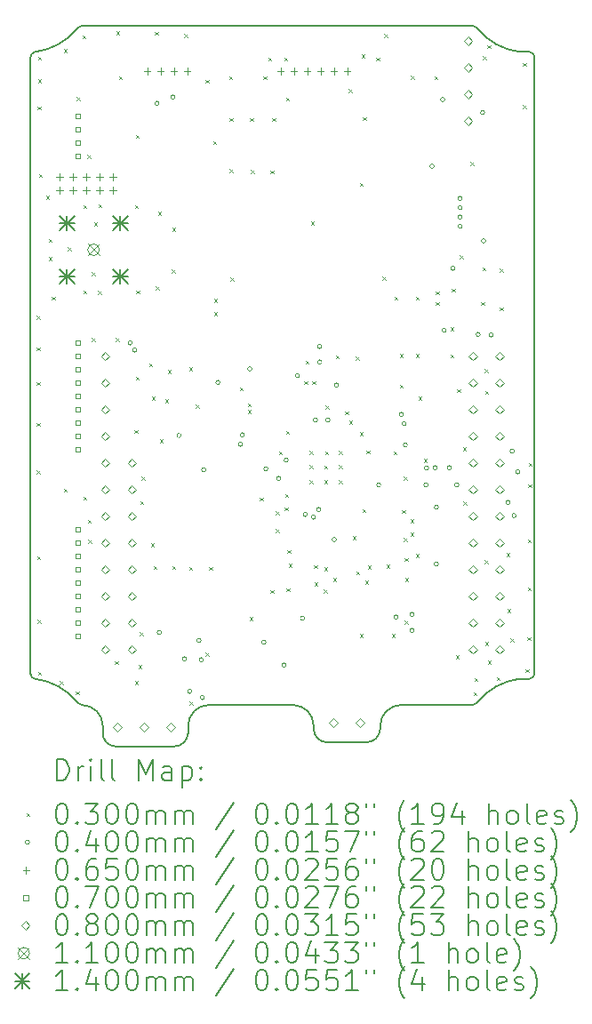
<source format=gbr>
%TF.GenerationSoftware,KiCad,Pcbnew,7.0.11-7.0.11~ubuntu23.10.1*%
%TF.CreationDate,2024-06-16T14:32:52+02:00*%
%TF.ProjectId,WiRoc_NanoPi,5769526f-635f-44e6-916e-6f50692e6b69,rev?*%
%TF.SameCoordinates,Original*%
%TF.FileFunction,Drillmap*%
%TF.FilePolarity,Positive*%
%FSLAX45Y45*%
G04 Gerber Fmt 4.5, Leading zero omitted, Abs format (unit mm)*
G04 Created by KiCad (PCBNEW 7.0.11-7.0.11~ubuntu23.10.1) date 2024-06-16 14:32:52*
%MOMM*%
%LPD*%
G01*
G04 APERTURE LIST*
%ADD10C,0.200000*%
%ADD11C,0.100000*%
%ADD12C,0.110000*%
%ADD13C,0.140000*%
G04 APERTURE END LIST*
D10*
X2441000Y-198000D02*
G75*
G03*
X2243000Y0I-198000J0D01*
G01*
X2945000Y-355002D02*
G75*
G03*
X3075000Y-230000I-60J130162D01*
G01*
X4495000Y250000D02*
G75*
G03*
X4545000Y300000I650J49350D01*
G01*
X3954000Y3D02*
G75*
G03*
X3995000Y20000I1820J48297D01*
G01*
X4405000Y249999D02*
G75*
G03*
X3995000Y20000I77500J-618589D01*
G01*
X-255006Y298000D02*
G75*
G03*
X-215000Y250000I48607J-160D01*
G01*
X195001Y20001D02*
G75*
G03*
X-215000Y250000I-484701J-383601D01*
G01*
X195001Y20001D02*
G75*
G03*
X234000Y0I41439J32779D01*
G01*
X-212000Y6220002D02*
G75*
G03*
X195000Y6450000I-78990J614888D01*
G01*
X235000Y6470000D02*
G75*
G03*
X195000Y6450000I190J-50380D01*
G01*
X-212000Y6219998D02*
G75*
G03*
X-255000Y6170000I6800J-49338D01*
G01*
X4545000Y6170000D02*
X4545000Y300000D01*
X3994998Y6449998D02*
G75*
G03*
X4406000Y6220000I485902J386072D01*
G01*
X3994997Y6449998D02*
G75*
G03*
X3955000Y6470000I-39877J-29748D01*
G01*
X4544993Y6170000D02*
G75*
G03*
X4498000Y6220000I-49383J670D01*
G01*
X4498000Y6220000D02*
X4406000Y6220000D01*
X432000Y-198000D02*
X432000Y-269000D01*
X2243000Y0D02*
X1444480Y0D01*
X3275000Y0D02*
G75*
G03*
X3075000Y-200000I0J-200000D01*
G01*
X1114480Y-395000D02*
X554000Y-395000D01*
X2441000Y-198000D02*
X2441000Y-229000D01*
X4495000Y250000D02*
X4405000Y250000D01*
X235000Y6470000D02*
X3955000Y6470000D01*
X3275000Y0D02*
X3954000Y0D01*
X432000Y-198000D02*
G75*
G03*
X234000Y0I-198000J0D01*
G01*
X1444480Y0D02*
G75*
G03*
X1244480Y-200000I0J-200000D01*
G01*
X-255000Y298000D02*
X-255000Y6170000D01*
X1244480Y-200000D02*
X1244480Y-270000D01*
X3075000Y-200000D02*
X3075000Y-230000D01*
X431998Y-269000D02*
G75*
G03*
X554000Y-395000I126582J500D01*
G01*
X1114480Y-395002D02*
G75*
G03*
X1244480Y-270000I-60J130162D01*
G01*
X2945000Y-355000D02*
X2563000Y-355000D01*
X2440998Y-229000D02*
G75*
G03*
X2563000Y-355000I126582J500D01*
G01*
D11*
X-195000Y3705000D02*
X-165000Y3675000D01*
X-165000Y3705000D02*
X-195000Y3675000D01*
X-195000Y3405000D02*
X-165000Y3375000D01*
X-165000Y3405000D02*
X-195000Y3375000D01*
X-195000Y3075000D02*
X-165000Y3045000D01*
X-165000Y3075000D02*
X-195000Y3045000D01*
X-195000Y2685000D02*
X-165000Y2655000D01*
X-165000Y2685000D02*
X-195000Y2655000D01*
X-195000Y2235000D02*
X-165000Y2205000D01*
X-165000Y2235000D02*
X-195000Y2205000D01*
X-192800Y1417080D02*
X-162800Y1387080D01*
X-162800Y1417080D02*
X-192800Y1387080D01*
X-190000Y5702500D02*
X-160000Y5672500D01*
X-160000Y5702500D02*
X-190000Y5672500D01*
X-187720Y812560D02*
X-157720Y782560D01*
X-157720Y812560D02*
X-187720Y782560D01*
X-186000Y6176000D02*
X-156000Y6146000D01*
X-156000Y6176000D02*
X-186000Y6146000D01*
X-185000Y315000D02*
X-155000Y285000D01*
X-155000Y315000D02*
X-185000Y285000D01*
X-184000Y5961000D02*
X-154000Y5931000D01*
X-154000Y5961000D02*
X-184000Y5931000D01*
X-177560Y5059440D02*
X-147560Y5029440D01*
X-147560Y5059440D02*
X-177560Y5029440D01*
X-106440Y4851160D02*
X-76440Y4821160D01*
X-76440Y4851160D02*
X-106440Y4821160D01*
X-82000Y4438000D02*
X-52000Y4408000D01*
X-52000Y4438000D02*
X-82000Y4408000D01*
X-82000Y4266000D02*
X-52000Y4236000D01*
X-52000Y4266000D02*
X-82000Y4236000D01*
X-55000Y3888000D02*
X-25000Y3858000D01*
X-25000Y3888000D02*
X-55000Y3858000D01*
X25000Y225000D02*
X55000Y195000D01*
X55000Y225000D02*
X25000Y195000D01*
X61000Y6249000D02*
X91000Y6219000D01*
X91000Y6249000D02*
X61000Y6219000D01*
X61200Y2059700D02*
X91200Y2029700D01*
X91200Y2059700D02*
X61200Y2029700D01*
X98000Y4358000D02*
X128000Y4328000D01*
X128000Y4358000D02*
X98000Y4328000D01*
X175000Y129300D02*
X205000Y99300D01*
X205000Y129300D02*
X175000Y99300D01*
X185000Y5790000D02*
X215000Y5760000D01*
X215000Y5790000D02*
X185000Y5760000D01*
X238000Y6380000D02*
X268000Y6350000D01*
X268000Y6380000D02*
X238000Y6350000D01*
X246000Y1986000D02*
X276000Y1956000D01*
X276000Y1986000D02*
X246000Y1956000D01*
X249000Y4761000D02*
X279000Y4731000D01*
X279000Y4761000D02*
X249000Y4731000D01*
X249000Y3948000D02*
X279000Y3918000D01*
X279000Y3948000D02*
X249000Y3918000D01*
X285000Y5240000D02*
X315000Y5210000D01*
X315000Y5240000D02*
X285000Y5210000D01*
X290000Y1765000D02*
X320000Y1735000D01*
X320000Y1765000D02*
X290000Y1735000D01*
X292500Y1572500D02*
X322500Y1542500D01*
X322500Y1572500D02*
X292500Y1542500D01*
X327900Y3494800D02*
X357900Y3464800D01*
X357900Y3494800D02*
X327900Y3464800D01*
X329000Y4124000D02*
X359000Y4094000D01*
X359000Y4124000D02*
X329000Y4094000D01*
X350000Y4597000D02*
X380000Y4567000D01*
X380000Y4597000D02*
X350000Y4567000D01*
X387000Y3943000D02*
X417000Y3913000D01*
X417000Y3943000D02*
X387000Y3913000D01*
X391000Y4769000D02*
X421000Y4739000D01*
X421000Y4769000D02*
X391000Y4739000D01*
X547000Y417000D02*
X577000Y387000D01*
X577000Y417000D02*
X547000Y387000D01*
X556500Y3494800D02*
X586500Y3464800D01*
X586500Y3494800D02*
X556500Y3464800D01*
X561000Y6418000D02*
X591000Y6388000D01*
X591000Y6418000D02*
X561000Y6388000D01*
X585000Y5990000D02*
X615000Y5960000D01*
X615000Y5990000D02*
X585000Y5960000D01*
X734300Y2618500D02*
X764300Y2588500D01*
X764300Y2618500D02*
X734300Y2588500D01*
X736700Y225820D02*
X766700Y195820D01*
X766700Y225820D02*
X736700Y195820D01*
X739000Y4763000D02*
X769000Y4733000D01*
X769000Y4763000D02*
X739000Y4733000D01*
X747000Y5430280D02*
X777000Y5400280D01*
X777000Y5430280D02*
X747000Y5400280D01*
X747000Y3126500D02*
X777000Y3096500D01*
X777000Y3126500D02*
X747000Y3096500D01*
X749000Y3948000D02*
X779000Y3918000D01*
X779000Y3948000D02*
X749000Y3918000D01*
X771000Y380000D02*
X801000Y350000D01*
X801000Y380000D02*
X771000Y350000D01*
X785000Y695000D02*
X815000Y665000D01*
X815000Y695000D02*
X785000Y665000D01*
X787640Y1942860D02*
X817640Y1912860D01*
X817640Y1942860D02*
X787640Y1912860D01*
X802880Y2176540D02*
X832880Y2146540D01*
X832880Y2176540D02*
X802880Y2146540D01*
X874000Y3253500D02*
X904000Y3223500D01*
X904000Y3253500D02*
X874000Y3223500D01*
X889240Y1539000D02*
X919240Y1509000D01*
X919240Y1539000D02*
X889240Y1509000D01*
X899400Y2936000D02*
X929400Y2906000D01*
X929400Y2936000D02*
X899400Y2906000D01*
X915000Y1325000D02*
X945000Y1295000D01*
X945000Y1325000D02*
X915000Y1295000D01*
X931000Y6412000D02*
X961000Y6382000D01*
X961000Y6412000D02*
X931000Y6382000D01*
X936000Y3987000D02*
X966000Y3957000D01*
X966000Y3987000D02*
X936000Y3957000D01*
X957000Y4698000D02*
X987000Y4668000D01*
X987000Y4698000D02*
X957000Y4668000D01*
X975600Y2529600D02*
X1005600Y2499600D01*
X1005600Y2529600D02*
X975600Y2499600D01*
X1026400Y2910600D02*
X1056400Y2880600D01*
X1056400Y2910600D02*
X1026400Y2880600D01*
X1051800Y3190000D02*
X1081800Y3160000D01*
X1081800Y3190000D02*
X1051800Y3160000D01*
X1088000Y4147000D02*
X1118000Y4117000D01*
X1118000Y4147000D02*
X1088000Y4117000D01*
X1093000Y4545000D02*
X1123000Y4515000D01*
X1123000Y4545000D02*
X1093000Y4515000D01*
X1095000Y1325000D02*
X1125000Y1295000D01*
X1125000Y1325000D02*
X1095000Y1295000D01*
X1208000Y6389000D02*
X1238000Y6359000D01*
X1238000Y6389000D02*
X1208000Y6359000D01*
X1255000Y3215400D02*
X1285000Y3185400D01*
X1285000Y3215400D02*
X1255000Y3185400D01*
X1255000Y1315000D02*
X1285000Y1285000D01*
X1285000Y1315000D02*
X1255000Y1285000D01*
X1259940Y32780D02*
X1289940Y2780D01*
X1289940Y32780D02*
X1259940Y2780D01*
X1318500Y2859800D02*
X1348500Y2829800D01*
X1348500Y2859800D02*
X1318500Y2829800D01*
X1410380Y496051D02*
X1440380Y466051D01*
X1440380Y496051D02*
X1410380Y466051D01*
X1411000Y5955000D02*
X1441000Y5925000D01*
X1441000Y5955000D02*
X1411000Y5925000D01*
X1445000Y1315000D02*
X1475000Y1285000D01*
X1475000Y1315000D02*
X1445000Y1285000D01*
X1485000Y5371000D02*
X1515000Y5341000D01*
X1515000Y5371000D02*
X1485000Y5341000D01*
X1491000Y3870000D02*
X1521000Y3840000D01*
X1521000Y3870000D02*
X1491000Y3840000D01*
X1491000Y3742000D02*
X1521000Y3712000D01*
X1521000Y3742000D02*
X1491000Y3712000D01*
X1635000Y5990000D02*
X1665000Y5960000D01*
X1665000Y5990000D02*
X1635000Y5960000D01*
X1638000Y5592000D02*
X1668000Y5562000D01*
X1668000Y5592000D02*
X1638000Y5562000D01*
X1638000Y5102000D02*
X1668000Y5072000D01*
X1668000Y5102000D02*
X1638000Y5072000D01*
X1649000Y4072000D02*
X1679000Y4042000D01*
X1679000Y4072000D02*
X1649000Y4042000D01*
X1737600Y3024900D02*
X1767600Y2994900D01*
X1767600Y3024900D02*
X1737600Y2994900D01*
X1813800Y2872500D02*
X1843800Y2842500D01*
X1843800Y2872500D02*
X1813800Y2842500D01*
X1813800Y2809000D02*
X1843800Y2779000D01*
X1843800Y2809000D02*
X1813800Y2779000D01*
X1829328Y838140D02*
X1859328Y808140D01*
X1859328Y838140D02*
X1829328Y808140D01*
X1837000Y5590000D02*
X1867000Y5560000D01*
X1867000Y5590000D02*
X1837000Y5560000D01*
X1842000Y5095000D02*
X1872000Y5065000D01*
X1872000Y5095000D02*
X1842000Y5065000D01*
X1928100Y1975880D02*
X1958100Y1945880D01*
X1958100Y1975880D02*
X1928100Y1945880D01*
X1960000Y5990000D02*
X1990000Y5960000D01*
X1990000Y5990000D02*
X1960000Y5960000D01*
X2010000Y6165000D02*
X2040000Y6135000D01*
X2040000Y6165000D02*
X2010000Y6135000D01*
X2027500Y1095000D02*
X2057500Y1065000D01*
X2057500Y1095000D02*
X2027500Y1065000D01*
X2031000Y5093000D02*
X2061000Y5063000D01*
X2061000Y5093000D02*
X2031000Y5063000D01*
X2048000Y5590000D02*
X2078000Y5560000D01*
X2078000Y5590000D02*
X2048000Y5560000D01*
X2080500Y1846340D02*
X2110500Y1816340D01*
X2110500Y1846340D02*
X2080500Y1816340D01*
X2080500Y1673620D02*
X2110500Y1643620D01*
X2110500Y1673620D02*
X2080500Y1643620D01*
X2110110Y2417840D02*
X2140110Y2387840D01*
X2140110Y2417840D02*
X2110110Y2387840D01*
X2160000Y6165000D02*
X2190000Y6135000D01*
X2190000Y6165000D02*
X2160000Y6135000D01*
X2166860Y1884440D02*
X2196860Y1854440D01*
X2196860Y1884440D02*
X2166860Y1854440D01*
X2169400Y2008900D02*
X2199400Y1978900D01*
X2199400Y2008900D02*
X2169400Y1978900D01*
X2178196Y2612244D02*
X2208196Y2582244D01*
X2208196Y2612244D02*
X2178196Y2582244D01*
X2179560Y5784210D02*
X2209560Y5754210D01*
X2209560Y5784210D02*
X2179560Y5754210D01*
X2180000Y1113000D02*
X2210000Y1083000D01*
X2210000Y1113000D02*
X2180000Y1083000D01*
X2192260Y1478040D02*
X2222260Y1448040D01*
X2222260Y1478040D02*
X2192260Y1448040D01*
X2202420Y1345960D02*
X2232420Y1315960D01*
X2232420Y1345960D02*
X2202420Y1315960D01*
X2350100Y3085860D02*
X2380100Y3055860D01*
X2380100Y3085860D02*
X2350100Y3055860D01*
X2362000Y3280000D02*
X2392000Y3250000D01*
X2392000Y3280000D02*
X2362000Y3250000D01*
X2402020Y2422360D02*
X2432020Y2392360D01*
X2432020Y2422360D02*
X2402020Y2392360D01*
X2402020Y2282730D02*
X2432020Y2252730D01*
X2432020Y2282730D02*
X2402020Y2252730D01*
X2402020Y2142360D02*
X2432020Y2112360D01*
X2432020Y2142360D02*
X2402020Y2112360D01*
X2413000Y4605000D02*
X2443000Y4575000D01*
X2443000Y4605000D02*
X2413000Y4575000D01*
X2428480Y3083320D02*
X2458480Y3053320D01*
X2458480Y3083320D02*
X2428480Y3053320D01*
X2446000Y1334000D02*
X2476000Y1304000D01*
X2476000Y1334000D02*
X2446000Y1304000D01*
X2450000Y1165000D02*
X2480000Y1135000D01*
X2480000Y1165000D02*
X2450000Y1135000D01*
X2537500Y1100000D02*
X2567500Y1070000D01*
X2567500Y1100000D02*
X2537500Y1070000D01*
X2542020Y2282360D02*
X2572020Y2252360D01*
X2572020Y2282360D02*
X2542020Y2252360D01*
X2542020Y2142360D02*
X2572020Y2112360D01*
X2572020Y2142360D02*
X2542020Y2112360D01*
X2543000Y1312000D02*
X2573000Y1282000D01*
X2573000Y1312000D02*
X2543000Y1282000D01*
X2550247Y2414133D02*
X2580247Y2384133D01*
X2580247Y2414133D02*
X2550247Y2384133D01*
X2555000Y2851000D02*
X2585000Y2821000D01*
X2585000Y2851000D02*
X2555000Y2821000D01*
X2626600Y1208800D02*
X2656600Y1178800D01*
X2656600Y1208800D02*
X2626600Y1178800D01*
X2650000Y3331000D02*
X2680000Y3301000D01*
X2680000Y3331000D02*
X2650000Y3301000D01*
X2682020Y2422360D02*
X2712020Y2392360D01*
X2712020Y2422360D02*
X2682020Y2392360D01*
X2682020Y2282730D02*
X2712020Y2252730D01*
X2712020Y2282730D02*
X2682020Y2252730D01*
X2682020Y2142360D02*
X2712020Y2112360D01*
X2712020Y2142360D02*
X2682020Y2112360D01*
X2740900Y2796300D02*
X2770900Y2766300D01*
X2770900Y2796300D02*
X2740900Y2766300D01*
X2775000Y5865000D02*
X2805000Y5835000D01*
X2805000Y5865000D02*
X2775000Y5835000D01*
X2779000Y2707400D02*
X2809000Y2677400D01*
X2809000Y2707400D02*
X2779000Y2677400D01*
X2812020Y1607580D02*
X2842020Y1577580D01*
X2842020Y1607580D02*
X2812020Y1577580D01*
X2842500Y3317000D02*
X2872500Y3287000D01*
X2872500Y3317000D02*
X2842500Y3287000D01*
X2847580Y1274840D02*
X2877580Y1244840D01*
X2877580Y1274840D02*
X2847580Y1244840D01*
X2879000Y2597000D02*
X2909000Y2567000D01*
X2909000Y2597000D02*
X2879000Y2567000D01*
X2880600Y675400D02*
X2910600Y645400D01*
X2910600Y675400D02*
X2880600Y645400D01*
X2881000Y4974000D02*
X2911000Y4944000D01*
X2911000Y4974000D02*
X2881000Y4944000D01*
X2895945Y6196397D02*
X2925945Y6166397D01*
X2925945Y6196397D02*
X2895945Y6166397D01*
X2905000Y1864000D02*
X2935000Y1834000D01*
X2935000Y1864000D02*
X2905000Y1834000D01*
X2911080Y5597920D02*
X2941080Y5567920D01*
X2941080Y5597920D02*
X2911080Y5567920D01*
X2931400Y1183400D02*
X2961400Y1153400D01*
X2961400Y1183400D02*
X2931400Y1153400D01*
X2943000Y2423000D02*
X2973000Y2393000D01*
X2973000Y2423000D02*
X2943000Y2393000D01*
X2956800Y1330000D02*
X2986800Y1300000D01*
X2986800Y1330000D02*
X2956800Y1300000D01*
X3035000Y6165000D02*
X3065000Y6135000D01*
X3065000Y6165000D02*
X3035000Y6135000D01*
X3096500Y4079000D02*
X3126500Y4049000D01*
X3126500Y4079000D02*
X3096500Y4049000D01*
X3115000Y6390000D02*
X3145000Y6360000D01*
X3145000Y6390000D02*
X3115000Y6360000D01*
X3133000Y1336000D02*
X3163000Y1306000D01*
X3163000Y1336000D02*
X3133000Y1306000D01*
X3185400Y675400D02*
X3215400Y645400D01*
X3215400Y675400D02*
X3185400Y645400D01*
X3201510Y2415300D02*
X3231510Y2385300D01*
X3231510Y2415300D02*
X3201510Y2385300D01*
X3210800Y3888500D02*
X3240800Y3858500D01*
X3240800Y3888500D02*
X3210800Y3858500D01*
X3261600Y3343000D02*
X3291600Y3313000D01*
X3291600Y3343000D02*
X3261600Y3313000D01*
X3261600Y3050300D02*
X3291600Y3020300D01*
X3291600Y3050300D02*
X3261600Y3020300D01*
X3281920Y1856500D02*
X3311920Y1826500D01*
X3311920Y1856500D02*
X3281920Y1826500D01*
X3299700Y2174000D02*
X3329700Y2144000D01*
X3329700Y2174000D02*
X3299700Y2144000D01*
X3299700Y1589800D02*
X3329700Y1559800D01*
X3329700Y1589800D02*
X3299700Y1559800D01*
X3307550Y802400D02*
X3337550Y772400D01*
X3337550Y802400D02*
X3307550Y772400D01*
X3309860Y1399300D02*
X3339860Y1369300D01*
X3339860Y1399300D02*
X3309860Y1369300D01*
X3312400Y1208800D02*
X3342400Y1178800D01*
X3342400Y1208800D02*
X3312400Y1178800D01*
X3363200Y1767600D02*
X3393200Y1737600D01*
X3393200Y1767600D02*
X3363200Y1737600D01*
X3363200Y1640600D02*
X3393200Y1610600D01*
X3393200Y1640600D02*
X3363200Y1610600D01*
X3369000Y5995000D02*
X3399000Y5965000D01*
X3399000Y5995000D02*
X3369000Y5965000D01*
X3414000Y3888500D02*
X3444000Y3858500D01*
X3444000Y3888500D02*
X3414000Y3858500D01*
X3414000Y3342400D02*
X3444000Y3312400D01*
X3444000Y3342400D02*
X3414000Y3312400D01*
X3414000Y1437400D02*
X3444000Y1407400D01*
X3444000Y1437400D02*
X3414000Y1407400D01*
X3439400Y2936000D02*
X3469400Y2906000D01*
X3469400Y2936000D02*
X3439400Y2906000D01*
X3488100Y2345167D02*
X3518100Y2315167D01*
X3518100Y2345167D02*
X3488100Y2315167D01*
X3590000Y5990000D02*
X3620000Y5960000D01*
X3620000Y5990000D02*
X3590000Y5960000D01*
X3604500Y3939300D02*
X3634500Y3909300D01*
X3634500Y3939300D02*
X3604500Y3909300D01*
X3604500Y3837700D02*
X3634500Y3807700D01*
X3634500Y3837700D02*
X3604500Y3807700D01*
X3744200Y3596400D02*
X3774200Y3566400D01*
X3774200Y3596400D02*
X3744200Y3566400D01*
X3744200Y3340000D02*
X3774200Y3310000D01*
X3774200Y3340000D02*
X3744200Y3310000D01*
X3756900Y3964700D02*
X3786900Y3934700D01*
X3786900Y3964700D02*
X3756900Y3934700D01*
X3795000Y472200D02*
X3825000Y442200D01*
X3825000Y472200D02*
X3795000Y442200D01*
X3808570Y3007000D02*
X3838570Y2977000D01*
X3838570Y3007000D02*
X3808570Y2977000D01*
X3831420Y4285000D02*
X3861420Y4255000D01*
X3861420Y4285000D02*
X3831420Y4255000D01*
X3863139Y2452861D02*
X3893139Y2422861D01*
X3893139Y2452861D02*
X3863139Y2422861D01*
X3866000Y1939000D02*
X3896000Y1909000D01*
X3896000Y1939000D02*
X3866000Y1909000D01*
X3934700Y5171200D02*
X3964700Y5141200D01*
X3964700Y5171200D02*
X3934700Y5141200D01*
X3965000Y123000D02*
X3995000Y93000D01*
X3995000Y123000D02*
X3965000Y93000D01*
X3972800Y258840D02*
X4002800Y228840D01*
X4002800Y258840D02*
X3972800Y228840D01*
X4036300Y3837700D02*
X4066300Y3807700D01*
X4066300Y3837700D02*
X4036300Y3807700D01*
X4049000Y4167900D02*
X4079000Y4137900D01*
X4079000Y4167900D02*
X4049000Y4137900D01*
X4052000Y6178000D02*
X4082000Y6148000D01*
X4082000Y6178000D02*
X4052000Y6148000D01*
X4068761Y3197239D02*
X4098761Y3167239D01*
X4098761Y3197239D02*
X4068761Y3167239D01*
X4070000Y1379000D02*
X4100000Y1349000D01*
X4100000Y1379000D02*
X4070000Y1349000D01*
X4073000Y2990000D02*
X4103000Y2960000D01*
X4103000Y2990000D02*
X4073000Y2960000D01*
X4074400Y599200D02*
X4104400Y569200D01*
X4104400Y599200D02*
X4074400Y569200D01*
X4094000Y6286000D02*
X4124000Y6256000D01*
X4124000Y6286000D02*
X4094000Y6256000D01*
X4099800Y421400D02*
X4129800Y391400D01*
X4129800Y421400D02*
X4099800Y391400D01*
X4186160Y263920D02*
X4216160Y233920D01*
X4216160Y263920D02*
X4186160Y233920D01*
X4214100Y4155200D02*
X4244100Y4125200D01*
X4244100Y4155200D02*
X4214100Y4125200D01*
X4214100Y3786900D02*
X4244100Y3756900D01*
X4244100Y3786900D02*
X4214100Y3756900D01*
X4277270Y1445730D02*
X4307270Y1415730D01*
X4307270Y1445730D02*
X4277270Y1415730D01*
X4285000Y915000D02*
X4315000Y885000D01*
X4315000Y915000D02*
X4285000Y885000D01*
X4315000Y635000D02*
X4345000Y605000D01*
X4345000Y635000D02*
X4315000Y605000D01*
X4435000Y6116080D02*
X4465000Y6086080D01*
X4465000Y6116080D02*
X4435000Y6086080D01*
X4435000Y5715000D02*
X4465000Y5685000D01*
X4465000Y5715000D02*
X4435000Y5685000D01*
X4460480Y340120D02*
X4490480Y310120D01*
X4490480Y340120D02*
X4460480Y310120D01*
X4475000Y645000D02*
X4505000Y615000D01*
X4505000Y645000D02*
X4475000Y615000D01*
X4480800Y1579640D02*
X4510800Y1549640D01*
X4510800Y1579640D02*
X4480800Y1549640D01*
X4480800Y1122440D02*
X4510800Y1092440D01*
X4510800Y1122440D02*
X4480800Y1092440D01*
X4485880Y2102880D02*
X4515880Y2072880D01*
X4515880Y2102880D02*
X4485880Y2072880D01*
X4490960Y2306080D02*
X4520960Y2276080D01*
X4520960Y2306080D02*
X4490960Y2276080D01*
X712084Y3448116D02*
G75*
G03*
X672084Y3448116I-20000J0D01*
G01*
X672084Y3448116D02*
G75*
G03*
X712084Y3448116I20000J0D01*
G01*
X755271Y3379529D02*
G75*
G03*
X715271Y3379529I-20000J0D01*
G01*
X715271Y3379529D02*
G75*
G03*
X755271Y3379529I20000J0D01*
G01*
X970000Y5731580D02*
G75*
G03*
X930000Y5731580I-20000J0D01*
G01*
X930000Y5731580D02*
G75*
G03*
X970000Y5731580I20000J0D01*
G01*
X990000Y690000D02*
G75*
G03*
X950000Y690000I-20000J0D01*
G01*
X950000Y690000D02*
G75*
G03*
X990000Y690000I20000J0D01*
G01*
X1120000Y5790790D02*
G75*
G03*
X1080000Y5790790I-20000J0D01*
G01*
X1080000Y5790790D02*
G75*
G03*
X1120000Y5790790I20000J0D01*
G01*
X1177600Y2566840D02*
G75*
G03*
X1137600Y2566840I-20000J0D01*
G01*
X1137600Y2566840D02*
G75*
G03*
X1177600Y2566840I20000J0D01*
G01*
X1230000Y440000D02*
G75*
G03*
X1190000Y440000I-20000J0D01*
G01*
X1190000Y440000D02*
G75*
G03*
X1230000Y440000I20000J0D01*
G01*
X1279700Y129540D02*
G75*
G03*
X1239700Y129540I-20000J0D01*
G01*
X1239700Y129540D02*
G75*
G03*
X1279700Y129540I20000J0D01*
G01*
X1368622Y616529D02*
G75*
G03*
X1328622Y616529I-20000J0D01*
G01*
X1328622Y616529D02*
G75*
G03*
X1368622Y616529I20000J0D01*
G01*
X1390000Y430000D02*
G75*
G03*
X1350000Y430000I-20000J0D01*
G01*
X1350000Y430000D02*
G75*
G03*
X1390000Y430000I20000J0D01*
G01*
X1401620Y70330D02*
G75*
G03*
X1361620Y70330I-20000J0D01*
G01*
X1361620Y70330D02*
G75*
G03*
X1401620Y70330I20000J0D01*
G01*
X1413820Y2239180D02*
G75*
G03*
X1373820Y2239180I-20000J0D01*
G01*
X1373820Y2239180D02*
G75*
G03*
X1413820Y2239180I20000J0D01*
G01*
X1549680Y3072920D02*
G75*
G03*
X1509680Y3072920I-20000J0D01*
G01*
X1509680Y3072920D02*
G75*
G03*
X1549680Y3072920I20000J0D01*
G01*
X1764340Y2483020D02*
G75*
G03*
X1724340Y2483020I-20000J0D01*
G01*
X1724340Y2483020D02*
G75*
G03*
X1764340Y2483020I20000J0D01*
G01*
X1782760Y2573020D02*
G75*
G03*
X1742760Y2573020I-20000J0D01*
G01*
X1742760Y2573020D02*
G75*
G03*
X1782760Y2573020I20000J0D01*
G01*
X1853240Y3201840D02*
G75*
G03*
X1813240Y3201840I-20000J0D01*
G01*
X1813240Y3201840D02*
G75*
G03*
X1853240Y3201840I20000J0D01*
G01*
X1985960Y597690D02*
G75*
G03*
X1945960Y597690I-20000J0D01*
G01*
X1945960Y597690D02*
G75*
G03*
X1985960Y597690I20000J0D01*
G01*
X2006280Y2250440D02*
G75*
G03*
X1966280Y2250440I-20000J0D01*
G01*
X1966280Y2250440D02*
G75*
G03*
X2006280Y2250440I20000J0D01*
G01*
X2128200Y2159000D02*
G75*
G03*
X2088200Y2159000I-20000J0D01*
G01*
X2088200Y2159000D02*
G75*
G03*
X2128200Y2159000I20000J0D01*
G01*
X2180001Y380000D02*
G75*
G03*
X2140001Y380000I-20000J0D01*
G01*
X2140001Y380000D02*
G75*
G03*
X2180001Y380000I20000J0D01*
G01*
X2199320Y2331720D02*
G75*
G03*
X2159320Y2331720I-20000J0D01*
G01*
X2159320Y2331720D02*
G75*
G03*
X2199320Y2331720I20000J0D01*
G01*
X2306000Y3136900D02*
G75*
G03*
X2266000Y3136900I-20000J0D01*
G01*
X2266000Y3136900D02*
G75*
G03*
X2306000Y3136900I20000J0D01*
G01*
X2355000Y825000D02*
G75*
G03*
X2315000Y825000I-20000J0D01*
G01*
X2315000Y825000D02*
G75*
G03*
X2355000Y825000I20000J0D01*
G01*
X2381000Y1815000D02*
G75*
G03*
X2341000Y1815000I-20000J0D01*
G01*
X2341000Y1815000D02*
G75*
G03*
X2381000Y1815000I20000J0D01*
G01*
X2460000Y1789000D02*
G75*
G03*
X2420000Y1789000I-20000J0D01*
G01*
X2420000Y1789000D02*
G75*
G03*
X2460000Y1789000I20000J0D01*
G01*
X2477000Y2713000D02*
G75*
G03*
X2437000Y2713000I-20000J0D01*
G01*
X2437000Y2713000D02*
G75*
G03*
X2477000Y2713000I20000J0D01*
G01*
X2508211Y1862000D02*
G75*
G03*
X2468211Y1862000I-20000J0D01*
G01*
X2468211Y1862000D02*
G75*
G03*
X2508211Y1862000I20000J0D01*
G01*
X2517000Y3415161D02*
G75*
G03*
X2477000Y3415161I-20000J0D01*
G01*
X2477000Y3415161D02*
G75*
G03*
X2517000Y3415161I20000J0D01*
G01*
X2519559Y3266920D02*
G75*
G03*
X2479559Y3266920I-20000J0D01*
G01*
X2479559Y3266920D02*
G75*
G03*
X2519559Y3266920I20000J0D01*
G01*
X2597000Y2714000D02*
G75*
G03*
X2557000Y2714000I-20000J0D01*
G01*
X2557000Y2714000D02*
G75*
G03*
X2597000Y2714000I20000J0D01*
G01*
X2656520Y1574800D02*
G75*
G03*
X2616520Y1574800I-20000J0D01*
G01*
X2616520Y1574800D02*
G75*
G03*
X2656520Y1574800I20000J0D01*
G01*
X2679400Y3048000D02*
G75*
G03*
X2639400Y3048000I-20000J0D01*
G01*
X2639400Y3048000D02*
G75*
G03*
X2679400Y3048000I20000J0D01*
G01*
X3080700Y2095499D02*
G75*
G03*
X3040700Y2095499I-20000J0D01*
G01*
X3040700Y2095499D02*
G75*
G03*
X3080700Y2095499I20000J0D01*
G01*
X3245800Y838200D02*
G75*
G03*
X3205800Y838200I-20000J0D01*
G01*
X3205800Y838200D02*
G75*
G03*
X3245800Y838200I20000J0D01*
G01*
X3296600Y2768600D02*
G75*
G03*
X3256600Y2768600I-20000J0D01*
G01*
X3256600Y2768600D02*
G75*
G03*
X3296600Y2768600I20000J0D01*
G01*
X3322000Y2679700D02*
G75*
G03*
X3282000Y2679700I-20000J0D01*
G01*
X3282000Y2679700D02*
G75*
G03*
X3322000Y2679700I20000J0D01*
G01*
X3334700Y2476500D02*
G75*
G03*
X3294700Y2476500I-20000J0D01*
G01*
X3294700Y2476500D02*
G75*
G03*
X3334700Y2476500I20000J0D01*
G01*
X3398200Y863600D02*
G75*
G03*
X3358200Y863600I-20000J0D01*
G01*
X3358200Y863600D02*
G75*
G03*
X3398200Y863600I20000J0D01*
G01*
X3398200Y711200D02*
G75*
G03*
X3358200Y711200I-20000J0D01*
G01*
X3358200Y711200D02*
G75*
G03*
X3398200Y711200I20000J0D01*
G01*
X3530543Y2095450D02*
G75*
G03*
X3490543Y2095450I-20000J0D01*
G01*
X3490543Y2095450D02*
G75*
G03*
X3530543Y2095450I20000J0D01*
G01*
X3535364Y2257140D02*
G75*
G03*
X3495364Y2257140I-20000J0D01*
G01*
X3495364Y2257140D02*
G75*
G03*
X3535364Y2257140I20000J0D01*
G01*
X3588700Y5130800D02*
G75*
G03*
X3548700Y5130800I-20000J0D01*
G01*
X3548700Y5130800D02*
G75*
G03*
X3588700Y5130800I20000J0D01*
G01*
X3618390Y2259616D02*
G75*
G03*
X3578390Y2259616I-20000J0D01*
G01*
X3578390Y2259616D02*
G75*
G03*
X3618390Y2259616I20000J0D01*
G01*
X3630028Y1341892D02*
G75*
G03*
X3590028Y1341892I-20000J0D01*
G01*
X3590028Y1341892D02*
G75*
G03*
X3630028Y1341892I20000J0D01*
G01*
X3630568Y1883368D02*
G75*
G03*
X3590568Y1883368I-20000J0D01*
G01*
X3590568Y1883368D02*
G75*
G03*
X3630568Y1883368I20000J0D01*
G01*
X3690300Y5765800D02*
G75*
G03*
X3650300Y5765800I-20000J0D01*
G01*
X3650300Y5765800D02*
G75*
G03*
X3690300Y5765800I20000J0D01*
G01*
X3703000Y3568700D02*
G75*
G03*
X3663000Y3568700I-20000J0D01*
G01*
X3663000Y3568700D02*
G75*
G03*
X3703000Y3568700I20000J0D01*
G01*
X3753800Y2260600D02*
G75*
G03*
X3713800Y2260600I-20000J0D01*
G01*
X3713800Y2260600D02*
G75*
G03*
X3753800Y2260600I20000J0D01*
G01*
X3787843Y4159439D02*
G75*
G03*
X3747843Y4159439I-20000J0D01*
G01*
X3747843Y4159439D02*
G75*
G03*
X3787843Y4159439I20000J0D01*
G01*
X3823170Y2095500D02*
G75*
G03*
X3783170Y2095500I-20000J0D01*
G01*
X3783170Y2095500D02*
G75*
G03*
X3823170Y2095500I20000J0D01*
G01*
X3855400Y4826000D02*
G75*
G03*
X3815400Y4826000I-20000J0D01*
G01*
X3815400Y4826000D02*
G75*
G03*
X3855400Y4826000I20000J0D01*
G01*
X3855400Y4737100D02*
G75*
G03*
X3815400Y4737100I-20000J0D01*
G01*
X3815400Y4737100D02*
G75*
G03*
X3855400Y4737100I20000J0D01*
G01*
X3855400Y4648200D02*
G75*
G03*
X3815400Y4648200I-20000J0D01*
G01*
X3815400Y4648200D02*
G75*
G03*
X3855400Y4648200I20000J0D01*
G01*
X3855400Y4559300D02*
G75*
G03*
X3815400Y4559300I-20000J0D01*
G01*
X3815400Y4559300D02*
G75*
G03*
X3855400Y4559300I20000J0D01*
G01*
X4027358Y3529584D02*
G75*
G03*
X3987358Y3529584I-20000J0D01*
G01*
X3987358Y3529584D02*
G75*
G03*
X4027358Y3529584I20000J0D01*
G01*
X4070184Y5642026D02*
G75*
G03*
X4030184Y5642026I-20000J0D01*
G01*
X4030184Y5642026D02*
G75*
G03*
X4070184Y5642026I20000J0D01*
G01*
X4080000Y4420000D02*
G75*
G03*
X4040000Y4420000I-20000J0D01*
G01*
X4040000Y4420000D02*
G75*
G03*
X4080000Y4420000I20000J0D01*
G01*
X4152000Y3525000D02*
G75*
G03*
X4112000Y3525000I-20000J0D01*
G01*
X4112000Y3525000D02*
G75*
G03*
X4152000Y3525000I20000J0D01*
G01*
X4312600Y1930400D02*
G75*
G03*
X4272600Y1930400I-20000J0D01*
G01*
X4272600Y1930400D02*
G75*
G03*
X4312600Y1930400I20000J0D01*
G01*
X4353240Y2418080D02*
G75*
G03*
X4313240Y2418080I-20000J0D01*
G01*
X4313240Y2418080D02*
G75*
G03*
X4353240Y2418080I20000J0D01*
G01*
X4369520Y1803400D02*
G75*
G03*
X4329520Y1803400I-20000J0D01*
G01*
X4329520Y1803400D02*
G75*
G03*
X4369520Y1803400I20000J0D01*
G01*
X4404040Y2219960D02*
G75*
G03*
X4364040Y2219960I-20000J0D01*
G01*
X4364040Y2219960D02*
G75*
G03*
X4404040Y2219960I20000J0D01*
G01*
X19000Y5059500D02*
X19000Y4994500D01*
X-13500Y5027000D02*
X51500Y5027000D01*
X19000Y4932500D02*
X19000Y4867500D01*
X-13500Y4900000D02*
X51500Y4900000D01*
X146000Y5059500D02*
X146000Y4994500D01*
X113500Y5027000D02*
X178500Y5027000D01*
X146000Y4932500D02*
X146000Y4867500D01*
X113500Y4900000D02*
X178500Y4900000D01*
X273000Y5059500D02*
X273000Y4994500D01*
X240500Y5027000D02*
X305500Y5027000D01*
X273000Y4932500D02*
X273000Y4867500D01*
X240500Y4900000D02*
X305500Y4900000D01*
X400000Y5059500D02*
X400000Y4994500D01*
X367500Y5027000D02*
X432500Y5027000D01*
X400000Y4932500D02*
X400000Y4867500D01*
X367500Y4900000D02*
X432500Y4900000D01*
X527000Y5059500D02*
X527000Y4994500D01*
X494500Y5027000D02*
X559500Y5027000D01*
X527000Y4932500D02*
X527000Y4867500D01*
X494500Y4900000D02*
X559500Y4900000D01*
X855000Y6072500D02*
X855000Y6007500D01*
X822500Y6040000D02*
X887500Y6040000D01*
X982000Y6072500D02*
X982000Y6007500D01*
X949500Y6040000D02*
X1014500Y6040000D01*
X1109000Y6072500D02*
X1109000Y6007500D01*
X1076500Y6040000D02*
X1141500Y6040000D01*
X1236000Y6072500D02*
X1236000Y6007500D01*
X1203500Y6040000D02*
X1268500Y6040000D01*
X2125000Y6072500D02*
X2125000Y6007500D01*
X2092500Y6040000D02*
X2157500Y6040000D01*
X2252000Y6072500D02*
X2252000Y6007500D01*
X2219500Y6040000D02*
X2284500Y6040000D01*
X2379000Y6072500D02*
X2379000Y6007500D01*
X2346500Y6040000D02*
X2411500Y6040000D01*
X2506000Y6072500D02*
X2506000Y6007500D01*
X2473500Y6040000D02*
X2538500Y6040000D01*
X2633000Y6072500D02*
X2633000Y6007500D01*
X2600500Y6040000D02*
X2665500Y6040000D01*
X2760000Y6072500D02*
X2760000Y6007500D01*
X2727500Y6040000D02*
X2792500Y6040000D01*
X219749Y5584751D02*
X219749Y5634249D01*
X170251Y5634249D01*
X170251Y5584751D01*
X219749Y5584751D01*
X219749Y5457751D02*
X219749Y5507249D01*
X170251Y5507249D01*
X170251Y5457751D01*
X219749Y5457751D01*
X219749Y5330751D02*
X219749Y5380249D01*
X170251Y5380249D01*
X170251Y5330751D01*
X219749Y5330751D01*
X219749Y5203751D02*
X219749Y5253249D01*
X170251Y5253249D01*
X170251Y5203751D01*
X219749Y5203751D01*
X219749Y3425751D02*
X219749Y3475249D01*
X170251Y3475249D01*
X170251Y3425751D01*
X219749Y3425751D01*
X219749Y3298751D02*
X219749Y3348249D01*
X170251Y3348249D01*
X170251Y3298751D01*
X219749Y3298751D01*
X219749Y3171751D02*
X219749Y3221249D01*
X170251Y3221249D01*
X170251Y3171751D01*
X219749Y3171751D01*
X219749Y3044751D02*
X219749Y3094249D01*
X170251Y3094249D01*
X170251Y3044751D01*
X219749Y3044751D01*
X219749Y2917751D02*
X219749Y2967249D01*
X170251Y2967249D01*
X170251Y2917751D01*
X219749Y2917751D01*
X219749Y2790751D02*
X219749Y2840249D01*
X170251Y2840249D01*
X170251Y2790751D01*
X219749Y2790751D01*
X219749Y2663751D02*
X219749Y2713249D01*
X170251Y2713249D01*
X170251Y2663751D01*
X219749Y2663751D01*
X219749Y2536751D02*
X219749Y2586249D01*
X170251Y2586249D01*
X170251Y2536751D01*
X219749Y2536751D01*
X219749Y2409751D02*
X219749Y2459249D01*
X170251Y2459249D01*
X170251Y2409751D01*
X219749Y2409751D01*
X219749Y1647751D02*
X219749Y1697249D01*
X170251Y1697249D01*
X170251Y1647751D01*
X219749Y1647751D01*
X219749Y1520751D02*
X219749Y1570249D01*
X170251Y1570249D01*
X170251Y1520751D01*
X219749Y1520751D01*
X219749Y1393751D02*
X219749Y1443249D01*
X170251Y1443249D01*
X170251Y1393751D01*
X219749Y1393751D01*
X219749Y1266751D02*
X219749Y1316249D01*
X170251Y1316249D01*
X170251Y1266751D01*
X219749Y1266751D01*
X219749Y1139751D02*
X219749Y1189249D01*
X170251Y1189249D01*
X170251Y1139751D01*
X219749Y1139751D01*
X219749Y1012751D02*
X219749Y1062249D01*
X170251Y1062249D01*
X170251Y1012751D01*
X219749Y1012751D01*
X219749Y885751D02*
X219749Y935249D01*
X170251Y935249D01*
X170251Y885751D01*
X219749Y885751D01*
X219749Y758751D02*
X219749Y808249D01*
X170251Y808249D01*
X170251Y758751D01*
X219749Y758751D01*
X219749Y631751D02*
X219749Y681249D01*
X170251Y681249D01*
X170251Y631751D01*
X219749Y631751D01*
X456000Y3283500D02*
X496000Y3323500D01*
X456000Y3363500D01*
X416000Y3323500D01*
X456000Y3283500D01*
X456000Y3029500D02*
X496000Y3069500D01*
X456000Y3109500D01*
X416000Y3069500D01*
X456000Y3029500D01*
X456000Y2775500D02*
X496000Y2815500D01*
X456000Y2855500D01*
X416000Y2815500D01*
X456000Y2775500D01*
X456000Y2521500D02*
X496000Y2561500D01*
X456000Y2601500D01*
X416000Y2561500D01*
X456000Y2521500D01*
X456000Y2267500D02*
X496000Y2307500D01*
X456000Y2347500D01*
X416000Y2307500D01*
X456000Y2267500D01*
X456000Y2013500D02*
X496000Y2053500D01*
X456000Y2093500D01*
X416000Y2053500D01*
X456000Y2013500D01*
X456000Y1759500D02*
X496000Y1799500D01*
X456000Y1839500D01*
X416000Y1799500D01*
X456000Y1759500D01*
X456000Y1505500D02*
X496000Y1545500D01*
X456000Y1585500D01*
X416000Y1545500D01*
X456000Y1505500D01*
X456000Y1251500D02*
X496000Y1291500D01*
X456000Y1331500D01*
X416000Y1291500D01*
X456000Y1251500D01*
X456000Y997500D02*
X496000Y1037500D01*
X456000Y1077500D01*
X416000Y1037500D01*
X456000Y997500D01*
X456000Y743500D02*
X496000Y783500D01*
X456000Y823500D01*
X416000Y783500D01*
X456000Y743500D01*
X456000Y489500D02*
X496000Y529500D01*
X456000Y569500D01*
X416000Y529500D01*
X456000Y489500D01*
X571000Y-250000D02*
X611000Y-210000D01*
X571000Y-170000D01*
X531000Y-210000D01*
X571000Y-250000D01*
X710000Y2267500D02*
X750000Y2307500D01*
X710000Y2347500D01*
X670000Y2307500D01*
X710000Y2267500D01*
X710000Y2013500D02*
X750000Y2053500D01*
X710000Y2093500D01*
X670000Y2053500D01*
X710000Y2013500D01*
X710000Y1759500D02*
X750000Y1799500D01*
X710000Y1839500D01*
X670000Y1799500D01*
X710000Y1759500D01*
X710000Y1505500D02*
X750000Y1545500D01*
X710000Y1585500D01*
X670000Y1545500D01*
X710000Y1505500D01*
X710000Y1251500D02*
X750000Y1291500D01*
X710000Y1331500D01*
X670000Y1291500D01*
X710000Y1251500D01*
X710000Y997500D02*
X750000Y1037500D01*
X710000Y1077500D01*
X670000Y1037500D01*
X710000Y997500D01*
X710000Y743500D02*
X750000Y783500D01*
X710000Y823500D01*
X670000Y783500D01*
X710000Y743500D01*
X710000Y489500D02*
X750000Y529500D01*
X710000Y569500D01*
X670000Y529500D01*
X710000Y489500D01*
X825000Y-250000D02*
X865000Y-210000D01*
X825000Y-170000D01*
X785000Y-210000D01*
X825000Y-250000D01*
X1079000Y-250000D02*
X1119000Y-210000D01*
X1079000Y-170000D01*
X1039000Y-210000D01*
X1079000Y-250000D01*
X2629000Y-207000D02*
X2669000Y-167000D01*
X2629000Y-127000D01*
X2589000Y-167000D01*
X2629000Y-207000D01*
X2883000Y-207000D02*
X2923000Y-167000D01*
X2883000Y-127000D01*
X2843000Y-167000D01*
X2883000Y-207000D01*
X3912800Y6284000D02*
X3952800Y6324000D01*
X3912800Y6364000D01*
X3872800Y6324000D01*
X3912800Y6284000D01*
X3912800Y6030000D02*
X3952800Y6070000D01*
X3912800Y6110000D01*
X3872800Y6070000D01*
X3912800Y6030000D01*
X3912800Y5776000D02*
X3952800Y5816000D01*
X3912800Y5856000D01*
X3872800Y5816000D01*
X3912800Y5776000D01*
X3912800Y5522000D02*
X3952800Y5562000D01*
X3912800Y5602000D01*
X3872800Y5562000D01*
X3912800Y5522000D01*
X3957000Y3283500D02*
X3997000Y3323500D01*
X3957000Y3363500D01*
X3917000Y3323500D01*
X3957000Y3283500D01*
X3957000Y3029500D02*
X3997000Y3069500D01*
X3957000Y3109500D01*
X3917000Y3069500D01*
X3957000Y3029500D01*
X3957000Y2775500D02*
X3997000Y2815500D01*
X3957000Y2855500D01*
X3917000Y2815500D01*
X3957000Y2775500D01*
X3957000Y2521500D02*
X3997000Y2561500D01*
X3957000Y2601500D01*
X3917000Y2561500D01*
X3957000Y2521500D01*
X3957000Y2267500D02*
X3997000Y2307500D01*
X3957000Y2347500D01*
X3917000Y2307500D01*
X3957000Y2267500D01*
X3957000Y2013500D02*
X3997000Y2053500D01*
X3957000Y2093500D01*
X3917000Y2053500D01*
X3957000Y2013500D01*
X3957000Y1759500D02*
X3997000Y1799500D01*
X3957000Y1839500D01*
X3917000Y1799500D01*
X3957000Y1759500D01*
X3957000Y1505500D02*
X3997000Y1545500D01*
X3957000Y1585500D01*
X3917000Y1545500D01*
X3957000Y1505500D01*
X3957000Y1251500D02*
X3997000Y1291500D01*
X3957000Y1331500D01*
X3917000Y1291500D01*
X3957000Y1251500D01*
X3957000Y997500D02*
X3997000Y1037500D01*
X3957000Y1077500D01*
X3917000Y1037500D01*
X3957000Y997500D01*
X3957000Y743500D02*
X3997000Y783500D01*
X3957000Y823500D01*
X3917000Y783500D01*
X3957000Y743500D01*
X3957000Y489500D02*
X3997000Y529500D01*
X3957000Y569500D01*
X3917000Y529500D01*
X3957000Y489500D01*
X4211000Y3283500D02*
X4251000Y3323500D01*
X4211000Y3363500D01*
X4171000Y3323500D01*
X4211000Y3283500D01*
X4211000Y3029500D02*
X4251000Y3069500D01*
X4211000Y3109500D01*
X4171000Y3069500D01*
X4211000Y3029500D01*
X4211000Y2775500D02*
X4251000Y2815500D01*
X4211000Y2855500D01*
X4171000Y2815500D01*
X4211000Y2775500D01*
X4211000Y2521500D02*
X4251000Y2561500D01*
X4211000Y2601500D01*
X4171000Y2561500D01*
X4211000Y2521500D01*
X4211000Y2267500D02*
X4251000Y2307500D01*
X4211000Y2347500D01*
X4171000Y2307500D01*
X4211000Y2267500D01*
X4211000Y2013500D02*
X4251000Y2053500D01*
X4211000Y2093500D01*
X4171000Y2053500D01*
X4211000Y2013500D01*
X4211000Y1759500D02*
X4251000Y1799500D01*
X4211000Y1839500D01*
X4171000Y1799500D01*
X4211000Y1759500D01*
X4211000Y1505500D02*
X4251000Y1545500D01*
X4211000Y1585500D01*
X4171000Y1545500D01*
X4211000Y1505500D01*
X4211000Y1251500D02*
X4251000Y1291500D01*
X4211000Y1331500D01*
X4171000Y1291500D01*
X4211000Y1251500D01*
X4211000Y997500D02*
X4251000Y1037500D01*
X4211000Y1077500D01*
X4171000Y1037500D01*
X4211000Y997500D01*
X4211000Y743500D02*
X4251000Y783500D01*
X4211000Y823500D01*
X4171000Y783500D01*
X4211000Y743500D01*
X4211000Y489500D02*
X4251000Y529500D01*
X4211000Y569500D01*
X4171000Y529500D01*
X4211000Y489500D01*
D12*
X290000Y4390780D02*
X400000Y4280780D01*
X400000Y4390780D02*
X290000Y4280780D01*
X400000Y4335780D02*
G75*
G03*
X290000Y4335780I-55000J0D01*
G01*
X290000Y4335780D02*
G75*
G03*
X400000Y4335780I55000J0D01*
G01*
D13*
X21000Y4659780D02*
X161000Y4519780D01*
X161000Y4659780D02*
X21000Y4519780D01*
X91000Y4659780D02*
X91000Y4519780D01*
X21000Y4589780D02*
X161000Y4589780D01*
X21000Y4151780D02*
X161000Y4011780D01*
X161000Y4151780D02*
X21000Y4011780D01*
X91000Y4151780D02*
X91000Y4011780D01*
X21000Y4081780D02*
X161000Y4081780D01*
X529000Y4659780D02*
X669000Y4519780D01*
X669000Y4659780D02*
X529000Y4519780D01*
X599000Y4659780D02*
X599000Y4519780D01*
X529000Y4589780D02*
X669000Y4589780D01*
X529000Y4151780D02*
X669000Y4011780D01*
X669000Y4151780D02*
X529000Y4011780D01*
X599000Y4151780D02*
X599000Y4011780D01*
X529000Y4081780D02*
X669000Y4081780D01*
D10*
X-4230Y-716484D02*
X-4230Y-516484D01*
X-4230Y-516484D02*
X43389Y-516484D01*
X43389Y-516484D02*
X71961Y-526008D01*
X71961Y-526008D02*
X91008Y-545055D01*
X91008Y-545055D02*
X100532Y-564103D01*
X100532Y-564103D02*
X110056Y-602198D01*
X110056Y-602198D02*
X110056Y-630770D01*
X110056Y-630770D02*
X100532Y-668865D01*
X100532Y-668865D02*
X91008Y-687912D01*
X91008Y-687912D02*
X71961Y-706960D01*
X71961Y-706960D02*
X43389Y-716484D01*
X43389Y-716484D02*
X-4230Y-716484D01*
X195770Y-716484D02*
X195770Y-583150D01*
X195770Y-621246D02*
X205294Y-602198D01*
X205294Y-602198D02*
X214818Y-592674D01*
X214818Y-592674D02*
X233865Y-583150D01*
X233865Y-583150D02*
X252913Y-583150D01*
X319580Y-716484D02*
X319580Y-583150D01*
X319580Y-516484D02*
X310056Y-526008D01*
X310056Y-526008D02*
X319580Y-535531D01*
X319580Y-535531D02*
X329103Y-526008D01*
X329103Y-526008D02*
X319580Y-516484D01*
X319580Y-516484D02*
X319580Y-535531D01*
X443389Y-716484D02*
X424341Y-706960D01*
X424341Y-706960D02*
X414818Y-687912D01*
X414818Y-687912D02*
X414818Y-516484D01*
X548151Y-716484D02*
X529103Y-706960D01*
X529103Y-706960D02*
X519579Y-687912D01*
X519579Y-687912D02*
X519579Y-516484D01*
X776722Y-716484D02*
X776722Y-516484D01*
X776722Y-516484D02*
X843389Y-659341D01*
X843389Y-659341D02*
X910056Y-516484D01*
X910056Y-516484D02*
X910056Y-716484D01*
X1091008Y-716484D02*
X1091008Y-611722D01*
X1091008Y-611722D02*
X1081484Y-592674D01*
X1081484Y-592674D02*
X1062437Y-583150D01*
X1062437Y-583150D02*
X1024341Y-583150D01*
X1024341Y-583150D02*
X1005294Y-592674D01*
X1091008Y-706960D02*
X1071961Y-716484D01*
X1071961Y-716484D02*
X1024341Y-716484D01*
X1024341Y-716484D02*
X1005294Y-706960D01*
X1005294Y-706960D02*
X995770Y-687912D01*
X995770Y-687912D02*
X995770Y-668865D01*
X995770Y-668865D02*
X1005294Y-649817D01*
X1005294Y-649817D02*
X1024341Y-640293D01*
X1024341Y-640293D02*
X1071961Y-640293D01*
X1071961Y-640293D02*
X1091008Y-630770D01*
X1186246Y-583150D02*
X1186246Y-783150D01*
X1186246Y-592674D02*
X1205294Y-583150D01*
X1205294Y-583150D02*
X1243389Y-583150D01*
X1243389Y-583150D02*
X1262437Y-592674D01*
X1262437Y-592674D02*
X1271961Y-602198D01*
X1271961Y-602198D02*
X1281484Y-621246D01*
X1281484Y-621246D02*
X1281484Y-678389D01*
X1281484Y-678389D02*
X1271961Y-697436D01*
X1271961Y-697436D02*
X1262437Y-706960D01*
X1262437Y-706960D02*
X1243389Y-716484D01*
X1243389Y-716484D02*
X1205294Y-716484D01*
X1205294Y-716484D02*
X1186246Y-706960D01*
X1367199Y-697436D02*
X1376722Y-706960D01*
X1376722Y-706960D02*
X1367199Y-716484D01*
X1367199Y-716484D02*
X1357675Y-706960D01*
X1357675Y-706960D02*
X1367199Y-697436D01*
X1367199Y-697436D02*
X1367199Y-716484D01*
X1367199Y-592674D02*
X1376722Y-602198D01*
X1376722Y-602198D02*
X1367199Y-611722D01*
X1367199Y-611722D02*
X1357675Y-602198D01*
X1357675Y-602198D02*
X1367199Y-592674D01*
X1367199Y-592674D02*
X1367199Y-611722D01*
D11*
X-295007Y-1030000D02*
X-265007Y-1060000D01*
X-265007Y-1030000D02*
X-295007Y-1060000D01*
D10*
X33865Y-936484D02*
X52913Y-936484D01*
X52913Y-936484D02*
X71961Y-946008D01*
X71961Y-946008D02*
X81484Y-955531D01*
X81484Y-955531D02*
X91008Y-974579D01*
X91008Y-974579D02*
X100532Y-1012674D01*
X100532Y-1012674D02*
X100532Y-1060293D01*
X100532Y-1060293D02*
X91008Y-1098389D01*
X91008Y-1098389D02*
X81484Y-1117436D01*
X81484Y-1117436D02*
X71961Y-1126960D01*
X71961Y-1126960D02*
X52913Y-1136484D01*
X52913Y-1136484D02*
X33865Y-1136484D01*
X33865Y-1136484D02*
X14818Y-1126960D01*
X14818Y-1126960D02*
X5294Y-1117436D01*
X5294Y-1117436D02*
X-4230Y-1098389D01*
X-4230Y-1098389D02*
X-13754Y-1060293D01*
X-13754Y-1060293D02*
X-13754Y-1012674D01*
X-13754Y-1012674D02*
X-4230Y-974579D01*
X-4230Y-974579D02*
X5294Y-955531D01*
X5294Y-955531D02*
X14818Y-946008D01*
X14818Y-946008D02*
X33865Y-936484D01*
X186246Y-1117436D02*
X195770Y-1126960D01*
X195770Y-1126960D02*
X186246Y-1136484D01*
X186246Y-1136484D02*
X176722Y-1126960D01*
X176722Y-1126960D02*
X186246Y-1117436D01*
X186246Y-1117436D02*
X186246Y-1136484D01*
X262437Y-936484D02*
X386246Y-936484D01*
X386246Y-936484D02*
X319580Y-1012674D01*
X319580Y-1012674D02*
X348151Y-1012674D01*
X348151Y-1012674D02*
X367199Y-1022198D01*
X367199Y-1022198D02*
X376722Y-1031722D01*
X376722Y-1031722D02*
X386246Y-1050770D01*
X386246Y-1050770D02*
X386246Y-1098389D01*
X386246Y-1098389D02*
X376722Y-1117436D01*
X376722Y-1117436D02*
X367199Y-1126960D01*
X367199Y-1126960D02*
X348151Y-1136484D01*
X348151Y-1136484D02*
X291008Y-1136484D01*
X291008Y-1136484D02*
X271961Y-1126960D01*
X271961Y-1126960D02*
X262437Y-1117436D01*
X510056Y-936484D02*
X529103Y-936484D01*
X529103Y-936484D02*
X548151Y-946008D01*
X548151Y-946008D02*
X557675Y-955531D01*
X557675Y-955531D02*
X567199Y-974579D01*
X567199Y-974579D02*
X576722Y-1012674D01*
X576722Y-1012674D02*
X576722Y-1060293D01*
X576722Y-1060293D02*
X567199Y-1098389D01*
X567199Y-1098389D02*
X557675Y-1117436D01*
X557675Y-1117436D02*
X548151Y-1126960D01*
X548151Y-1126960D02*
X529103Y-1136484D01*
X529103Y-1136484D02*
X510056Y-1136484D01*
X510056Y-1136484D02*
X491008Y-1126960D01*
X491008Y-1126960D02*
X481484Y-1117436D01*
X481484Y-1117436D02*
X471960Y-1098389D01*
X471960Y-1098389D02*
X462437Y-1060293D01*
X462437Y-1060293D02*
X462437Y-1012674D01*
X462437Y-1012674D02*
X471960Y-974579D01*
X471960Y-974579D02*
X481484Y-955531D01*
X481484Y-955531D02*
X491008Y-946008D01*
X491008Y-946008D02*
X510056Y-936484D01*
X700532Y-936484D02*
X719580Y-936484D01*
X719580Y-936484D02*
X738627Y-946008D01*
X738627Y-946008D02*
X748151Y-955531D01*
X748151Y-955531D02*
X757675Y-974579D01*
X757675Y-974579D02*
X767199Y-1012674D01*
X767199Y-1012674D02*
X767199Y-1060293D01*
X767199Y-1060293D02*
X757675Y-1098389D01*
X757675Y-1098389D02*
X748151Y-1117436D01*
X748151Y-1117436D02*
X738627Y-1126960D01*
X738627Y-1126960D02*
X719580Y-1136484D01*
X719580Y-1136484D02*
X700532Y-1136484D01*
X700532Y-1136484D02*
X681484Y-1126960D01*
X681484Y-1126960D02*
X671961Y-1117436D01*
X671961Y-1117436D02*
X662437Y-1098389D01*
X662437Y-1098389D02*
X652913Y-1060293D01*
X652913Y-1060293D02*
X652913Y-1012674D01*
X652913Y-1012674D02*
X662437Y-974579D01*
X662437Y-974579D02*
X671961Y-955531D01*
X671961Y-955531D02*
X681484Y-946008D01*
X681484Y-946008D02*
X700532Y-936484D01*
X852913Y-1136484D02*
X852913Y-1003150D01*
X852913Y-1022198D02*
X862437Y-1012674D01*
X862437Y-1012674D02*
X881484Y-1003150D01*
X881484Y-1003150D02*
X910056Y-1003150D01*
X910056Y-1003150D02*
X929103Y-1012674D01*
X929103Y-1012674D02*
X938627Y-1031722D01*
X938627Y-1031722D02*
X938627Y-1136484D01*
X938627Y-1031722D02*
X948151Y-1012674D01*
X948151Y-1012674D02*
X967199Y-1003150D01*
X967199Y-1003150D02*
X995770Y-1003150D01*
X995770Y-1003150D02*
X1014818Y-1012674D01*
X1014818Y-1012674D02*
X1024341Y-1031722D01*
X1024341Y-1031722D02*
X1024341Y-1136484D01*
X1119580Y-1136484D02*
X1119580Y-1003150D01*
X1119580Y-1022198D02*
X1129103Y-1012674D01*
X1129103Y-1012674D02*
X1148151Y-1003150D01*
X1148151Y-1003150D02*
X1176723Y-1003150D01*
X1176723Y-1003150D02*
X1195770Y-1012674D01*
X1195770Y-1012674D02*
X1205294Y-1031722D01*
X1205294Y-1031722D02*
X1205294Y-1136484D01*
X1205294Y-1031722D02*
X1214818Y-1012674D01*
X1214818Y-1012674D02*
X1233865Y-1003150D01*
X1233865Y-1003150D02*
X1262437Y-1003150D01*
X1262437Y-1003150D02*
X1281484Y-1012674D01*
X1281484Y-1012674D02*
X1291008Y-1031722D01*
X1291008Y-1031722D02*
X1291008Y-1136484D01*
X1681484Y-926960D02*
X1510056Y-1184103D01*
X1938627Y-936484D02*
X1957675Y-936484D01*
X1957675Y-936484D02*
X1976723Y-946008D01*
X1976723Y-946008D02*
X1986246Y-955531D01*
X1986246Y-955531D02*
X1995770Y-974579D01*
X1995770Y-974579D02*
X2005294Y-1012674D01*
X2005294Y-1012674D02*
X2005294Y-1060293D01*
X2005294Y-1060293D02*
X1995770Y-1098389D01*
X1995770Y-1098389D02*
X1986246Y-1117436D01*
X1986246Y-1117436D02*
X1976723Y-1126960D01*
X1976723Y-1126960D02*
X1957675Y-1136484D01*
X1957675Y-1136484D02*
X1938627Y-1136484D01*
X1938627Y-1136484D02*
X1919580Y-1126960D01*
X1919580Y-1126960D02*
X1910056Y-1117436D01*
X1910056Y-1117436D02*
X1900532Y-1098389D01*
X1900532Y-1098389D02*
X1891008Y-1060293D01*
X1891008Y-1060293D02*
X1891008Y-1012674D01*
X1891008Y-1012674D02*
X1900532Y-974579D01*
X1900532Y-974579D02*
X1910056Y-955531D01*
X1910056Y-955531D02*
X1919580Y-946008D01*
X1919580Y-946008D02*
X1938627Y-936484D01*
X2091008Y-1117436D02*
X2100532Y-1126960D01*
X2100532Y-1126960D02*
X2091008Y-1136484D01*
X2091008Y-1136484D02*
X2081484Y-1126960D01*
X2081484Y-1126960D02*
X2091008Y-1117436D01*
X2091008Y-1117436D02*
X2091008Y-1136484D01*
X2224342Y-936484D02*
X2243389Y-936484D01*
X2243389Y-936484D02*
X2262437Y-946008D01*
X2262437Y-946008D02*
X2271961Y-955531D01*
X2271961Y-955531D02*
X2281485Y-974579D01*
X2281485Y-974579D02*
X2291008Y-1012674D01*
X2291008Y-1012674D02*
X2291008Y-1060293D01*
X2291008Y-1060293D02*
X2281485Y-1098389D01*
X2281485Y-1098389D02*
X2271961Y-1117436D01*
X2271961Y-1117436D02*
X2262437Y-1126960D01*
X2262437Y-1126960D02*
X2243389Y-1136484D01*
X2243389Y-1136484D02*
X2224342Y-1136484D01*
X2224342Y-1136484D02*
X2205294Y-1126960D01*
X2205294Y-1126960D02*
X2195770Y-1117436D01*
X2195770Y-1117436D02*
X2186246Y-1098389D01*
X2186246Y-1098389D02*
X2176723Y-1060293D01*
X2176723Y-1060293D02*
X2176723Y-1012674D01*
X2176723Y-1012674D02*
X2186246Y-974579D01*
X2186246Y-974579D02*
X2195770Y-955531D01*
X2195770Y-955531D02*
X2205294Y-946008D01*
X2205294Y-946008D02*
X2224342Y-936484D01*
X2481485Y-1136484D02*
X2367199Y-1136484D01*
X2424342Y-1136484D02*
X2424342Y-936484D01*
X2424342Y-936484D02*
X2405294Y-965055D01*
X2405294Y-965055D02*
X2386246Y-984103D01*
X2386246Y-984103D02*
X2367199Y-993627D01*
X2671961Y-1136484D02*
X2557675Y-1136484D01*
X2614818Y-1136484D02*
X2614818Y-936484D01*
X2614818Y-936484D02*
X2595770Y-965055D01*
X2595770Y-965055D02*
X2576723Y-984103D01*
X2576723Y-984103D02*
X2557675Y-993627D01*
X2786246Y-1022198D02*
X2767199Y-1012674D01*
X2767199Y-1012674D02*
X2757675Y-1003150D01*
X2757675Y-1003150D02*
X2748151Y-984103D01*
X2748151Y-984103D02*
X2748151Y-974579D01*
X2748151Y-974579D02*
X2757675Y-955531D01*
X2757675Y-955531D02*
X2767199Y-946008D01*
X2767199Y-946008D02*
X2786246Y-936484D01*
X2786246Y-936484D02*
X2824342Y-936484D01*
X2824342Y-936484D02*
X2843389Y-946008D01*
X2843389Y-946008D02*
X2852913Y-955531D01*
X2852913Y-955531D02*
X2862437Y-974579D01*
X2862437Y-974579D02*
X2862437Y-984103D01*
X2862437Y-984103D02*
X2852913Y-1003150D01*
X2852913Y-1003150D02*
X2843389Y-1012674D01*
X2843389Y-1012674D02*
X2824342Y-1022198D01*
X2824342Y-1022198D02*
X2786246Y-1022198D01*
X2786246Y-1022198D02*
X2767199Y-1031722D01*
X2767199Y-1031722D02*
X2757675Y-1041246D01*
X2757675Y-1041246D02*
X2748151Y-1060293D01*
X2748151Y-1060293D02*
X2748151Y-1098389D01*
X2748151Y-1098389D02*
X2757675Y-1117436D01*
X2757675Y-1117436D02*
X2767199Y-1126960D01*
X2767199Y-1126960D02*
X2786246Y-1136484D01*
X2786246Y-1136484D02*
X2824342Y-1136484D01*
X2824342Y-1136484D02*
X2843389Y-1126960D01*
X2843389Y-1126960D02*
X2852913Y-1117436D01*
X2852913Y-1117436D02*
X2862437Y-1098389D01*
X2862437Y-1098389D02*
X2862437Y-1060293D01*
X2862437Y-1060293D02*
X2852913Y-1041246D01*
X2852913Y-1041246D02*
X2843389Y-1031722D01*
X2843389Y-1031722D02*
X2824342Y-1022198D01*
X2938627Y-936484D02*
X2938627Y-974579D01*
X3014818Y-936484D02*
X3014818Y-974579D01*
X3310056Y-1212674D02*
X3300532Y-1203150D01*
X3300532Y-1203150D02*
X3281485Y-1174579D01*
X3281485Y-1174579D02*
X3271961Y-1155531D01*
X3271961Y-1155531D02*
X3262437Y-1126960D01*
X3262437Y-1126960D02*
X3252913Y-1079341D01*
X3252913Y-1079341D02*
X3252913Y-1041246D01*
X3252913Y-1041246D02*
X3262437Y-993627D01*
X3262437Y-993627D02*
X3271961Y-965055D01*
X3271961Y-965055D02*
X3281485Y-946008D01*
X3281485Y-946008D02*
X3300532Y-917436D01*
X3300532Y-917436D02*
X3310056Y-907912D01*
X3491008Y-1136484D02*
X3376723Y-1136484D01*
X3433865Y-1136484D02*
X3433865Y-936484D01*
X3433865Y-936484D02*
X3414818Y-965055D01*
X3414818Y-965055D02*
X3395770Y-984103D01*
X3395770Y-984103D02*
X3376723Y-993627D01*
X3586246Y-1136484D02*
X3624342Y-1136484D01*
X3624342Y-1136484D02*
X3643389Y-1126960D01*
X3643389Y-1126960D02*
X3652913Y-1117436D01*
X3652913Y-1117436D02*
X3671961Y-1088865D01*
X3671961Y-1088865D02*
X3681485Y-1050770D01*
X3681485Y-1050770D02*
X3681485Y-974579D01*
X3681485Y-974579D02*
X3671961Y-955531D01*
X3671961Y-955531D02*
X3662437Y-946008D01*
X3662437Y-946008D02*
X3643389Y-936484D01*
X3643389Y-936484D02*
X3605294Y-936484D01*
X3605294Y-936484D02*
X3586246Y-946008D01*
X3586246Y-946008D02*
X3576723Y-955531D01*
X3576723Y-955531D02*
X3567199Y-974579D01*
X3567199Y-974579D02*
X3567199Y-1022198D01*
X3567199Y-1022198D02*
X3576723Y-1041246D01*
X3576723Y-1041246D02*
X3586246Y-1050770D01*
X3586246Y-1050770D02*
X3605294Y-1060293D01*
X3605294Y-1060293D02*
X3643389Y-1060293D01*
X3643389Y-1060293D02*
X3662437Y-1050770D01*
X3662437Y-1050770D02*
X3671961Y-1041246D01*
X3671961Y-1041246D02*
X3681485Y-1022198D01*
X3852913Y-1003150D02*
X3852913Y-1136484D01*
X3805294Y-926960D02*
X3757675Y-1069817D01*
X3757675Y-1069817D02*
X3881485Y-1069817D01*
X4110056Y-1136484D02*
X4110056Y-936484D01*
X4195770Y-1136484D02*
X4195770Y-1031722D01*
X4195770Y-1031722D02*
X4186247Y-1012674D01*
X4186247Y-1012674D02*
X4167199Y-1003150D01*
X4167199Y-1003150D02*
X4138627Y-1003150D01*
X4138627Y-1003150D02*
X4119580Y-1012674D01*
X4119580Y-1012674D02*
X4110056Y-1022198D01*
X4319580Y-1136484D02*
X4300532Y-1126960D01*
X4300532Y-1126960D02*
X4291009Y-1117436D01*
X4291009Y-1117436D02*
X4281485Y-1098389D01*
X4281485Y-1098389D02*
X4281485Y-1041246D01*
X4281485Y-1041246D02*
X4291009Y-1022198D01*
X4291009Y-1022198D02*
X4300532Y-1012674D01*
X4300532Y-1012674D02*
X4319580Y-1003150D01*
X4319580Y-1003150D02*
X4348151Y-1003150D01*
X4348151Y-1003150D02*
X4367199Y-1012674D01*
X4367199Y-1012674D02*
X4376723Y-1022198D01*
X4376723Y-1022198D02*
X4386247Y-1041246D01*
X4386247Y-1041246D02*
X4386247Y-1098389D01*
X4386247Y-1098389D02*
X4376723Y-1117436D01*
X4376723Y-1117436D02*
X4367199Y-1126960D01*
X4367199Y-1126960D02*
X4348151Y-1136484D01*
X4348151Y-1136484D02*
X4319580Y-1136484D01*
X4500532Y-1136484D02*
X4481485Y-1126960D01*
X4481485Y-1126960D02*
X4471961Y-1107912D01*
X4471961Y-1107912D02*
X4471961Y-936484D01*
X4652913Y-1126960D02*
X4633866Y-1136484D01*
X4633866Y-1136484D02*
X4595770Y-1136484D01*
X4595770Y-1136484D02*
X4576723Y-1126960D01*
X4576723Y-1126960D02*
X4567199Y-1107912D01*
X4567199Y-1107912D02*
X4567199Y-1031722D01*
X4567199Y-1031722D02*
X4576723Y-1012674D01*
X4576723Y-1012674D02*
X4595770Y-1003150D01*
X4595770Y-1003150D02*
X4633866Y-1003150D01*
X4633866Y-1003150D02*
X4652913Y-1012674D01*
X4652913Y-1012674D02*
X4662437Y-1031722D01*
X4662437Y-1031722D02*
X4662437Y-1050770D01*
X4662437Y-1050770D02*
X4567199Y-1069817D01*
X4738628Y-1126960D02*
X4757675Y-1136484D01*
X4757675Y-1136484D02*
X4795770Y-1136484D01*
X4795770Y-1136484D02*
X4814818Y-1126960D01*
X4814818Y-1126960D02*
X4824342Y-1107912D01*
X4824342Y-1107912D02*
X4824342Y-1098389D01*
X4824342Y-1098389D02*
X4814818Y-1079341D01*
X4814818Y-1079341D02*
X4795770Y-1069817D01*
X4795770Y-1069817D02*
X4767199Y-1069817D01*
X4767199Y-1069817D02*
X4748151Y-1060293D01*
X4748151Y-1060293D02*
X4738628Y-1041246D01*
X4738628Y-1041246D02*
X4738628Y-1031722D01*
X4738628Y-1031722D02*
X4748151Y-1012674D01*
X4748151Y-1012674D02*
X4767199Y-1003150D01*
X4767199Y-1003150D02*
X4795770Y-1003150D01*
X4795770Y-1003150D02*
X4814818Y-1012674D01*
X4891009Y-1212674D02*
X4900532Y-1203150D01*
X4900532Y-1203150D02*
X4919580Y-1174579D01*
X4919580Y-1174579D02*
X4929104Y-1155531D01*
X4929104Y-1155531D02*
X4938628Y-1126960D01*
X4938628Y-1126960D02*
X4948151Y-1079341D01*
X4948151Y-1079341D02*
X4948151Y-1041246D01*
X4948151Y-1041246D02*
X4938628Y-993627D01*
X4938628Y-993627D02*
X4929104Y-965055D01*
X4929104Y-965055D02*
X4919580Y-946008D01*
X4919580Y-946008D02*
X4900532Y-917436D01*
X4900532Y-917436D02*
X4891009Y-907912D01*
D11*
X-265007Y-1309000D02*
G75*
G03*
X-305007Y-1309000I-20000J0D01*
G01*
X-305007Y-1309000D02*
G75*
G03*
X-265007Y-1309000I20000J0D01*
G01*
D10*
X33865Y-1200484D02*
X52913Y-1200484D01*
X52913Y-1200484D02*
X71961Y-1210008D01*
X71961Y-1210008D02*
X81484Y-1219531D01*
X81484Y-1219531D02*
X91008Y-1238579D01*
X91008Y-1238579D02*
X100532Y-1276674D01*
X100532Y-1276674D02*
X100532Y-1324293D01*
X100532Y-1324293D02*
X91008Y-1362389D01*
X91008Y-1362389D02*
X81484Y-1381436D01*
X81484Y-1381436D02*
X71961Y-1390960D01*
X71961Y-1390960D02*
X52913Y-1400484D01*
X52913Y-1400484D02*
X33865Y-1400484D01*
X33865Y-1400484D02*
X14818Y-1390960D01*
X14818Y-1390960D02*
X5294Y-1381436D01*
X5294Y-1381436D02*
X-4230Y-1362389D01*
X-4230Y-1362389D02*
X-13754Y-1324293D01*
X-13754Y-1324293D02*
X-13754Y-1276674D01*
X-13754Y-1276674D02*
X-4230Y-1238579D01*
X-4230Y-1238579D02*
X5294Y-1219531D01*
X5294Y-1219531D02*
X14818Y-1210008D01*
X14818Y-1210008D02*
X33865Y-1200484D01*
X186246Y-1381436D02*
X195770Y-1390960D01*
X195770Y-1390960D02*
X186246Y-1400484D01*
X186246Y-1400484D02*
X176722Y-1390960D01*
X176722Y-1390960D02*
X186246Y-1381436D01*
X186246Y-1381436D02*
X186246Y-1400484D01*
X367199Y-1267150D02*
X367199Y-1400484D01*
X319580Y-1190960D02*
X271961Y-1333817D01*
X271961Y-1333817D02*
X395770Y-1333817D01*
X510056Y-1200484D02*
X529103Y-1200484D01*
X529103Y-1200484D02*
X548151Y-1210008D01*
X548151Y-1210008D02*
X557675Y-1219531D01*
X557675Y-1219531D02*
X567199Y-1238579D01*
X567199Y-1238579D02*
X576722Y-1276674D01*
X576722Y-1276674D02*
X576722Y-1324293D01*
X576722Y-1324293D02*
X567199Y-1362389D01*
X567199Y-1362389D02*
X557675Y-1381436D01*
X557675Y-1381436D02*
X548151Y-1390960D01*
X548151Y-1390960D02*
X529103Y-1400484D01*
X529103Y-1400484D02*
X510056Y-1400484D01*
X510056Y-1400484D02*
X491008Y-1390960D01*
X491008Y-1390960D02*
X481484Y-1381436D01*
X481484Y-1381436D02*
X471960Y-1362389D01*
X471960Y-1362389D02*
X462437Y-1324293D01*
X462437Y-1324293D02*
X462437Y-1276674D01*
X462437Y-1276674D02*
X471960Y-1238579D01*
X471960Y-1238579D02*
X481484Y-1219531D01*
X481484Y-1219531D02*
X491008Y-1210008D01*
X491008Y-1210008D02*
X510056Y-1200484D01*
X700532Y-1200484D02*
X719580Y-1200484D01*
X719580Y-1200484D02*
X738627Y-1210008D01*
X738627Y-1210008D02*
X748151Y-1219531D01*
X748151Y-1219531D02*
X757675Y-1238579D01*
X757675Y-1238579D02*
X767199Y-1276674D01*
X767199Y-1276674D02*
X767199Y-1324293D01*
X767199Y-1324293D02*
X757675Y-1362389D01*
X757675Y-1362389D02*
X748151Y-1381436D01*
X748151Y-1381436D02*
X738627Y-1390960D01*
X738627Y-1390960D02*
X719580Y-1400484D01*
X719580Y-1400484D02*
X700532Y-1400484D01*
X700532Y-1400484D02*
X681484Y-1390960D01*
X681484Y-1390960D02*
X671961Y-1381436D01*
X671961Y-1381436D02*
X662437Y-1362389D01*
X662437Y-1362389D02*
X652913Y-1324293D01*
X652913Y-1324293D02*
X652913Y-1276674D01*
X652913Y-1276674D02*
X662437Y-1238579D01*
X662437Y-1238579D02*
X671961Y-1219531D01*
X671961Y-1219531D02*
X681484Y-1210008D01*
X681484Y-1210008D02*
X700532Y-1200484D01*
X852913Y-1400484D02*
X852913Y-1267150D01*
X852913Y-1286198D02*
X862437Y-1276674D01*
X862437Y-1276674D02*
X881484Y-1267150D01*
X881484Y-1267150D02*
X910056Y-1267150D01*
X910056Y-1267150D02*
X929103Y-1276674D01*
X929103Y-1276674D02*
X938627Y-1295722D01*
X938627Y-1295722D02*
X938627Y-1400484D01*
X938627Y-1295722D02*
X948151Y-1276674D01*
X948151Y-1276674D02*
X967199Y-1267150D01*
X967199Y-1267150D02*
X995770Y-1267150D01*
X995770Y-1267150D02*
X1014818Y-1276674D01*
X1014818Y-1276674D02*
X1024341Y-1295722D01*
X1024341Y-1295722D02*
X1024341Y-1400484D01*
X1119580Y-1400484D02*
X1119580Y-1267150D01*
X1119580Y-1286198D02*
X1129103Y-1276674D01*
X1129103Y-1276674D02*
X1148151Y-1267150D01*
X1148151Y-1267150D02*
X1176723Y-1267150D01*
X1176723Y-1267150D02*
X1195770Y-1276674D01*
X1195770Y-1276674D02*
X1205294Y-1295722D01*
X1205294Y-1295722D02*
X1205294Y-1400484D01*
X1205294Y-1295722D02*
X1214818Y-1276674D01*
X1214818Y-1276674D02*
X1233865Y-1267150D01*
X1233865Y-1267150D02*
X1262437Y-1267150D01*
X1262437Y-1267150D02*
X1281484Y-1276674D01*
X1281484Y-1276674D02*
X1291008Y-1295722D01*
X1291008Y-1295722D02*
X1291008Y-1400484D01*
X1681484Y-1190960D02*
X1510056Y-1448103D01*
X1938627Y-1200484D02*
X1957675Y-1200484D01*
X1957675Y-1200484D02*
X1976723Y-1210008D01*
X1976723Y-1210008D02*
X1986246Y-1219531D01*
X1986246Y-1219531D02*
X1995770Y-1238579D01*
X1995770Y-1238579D02*
X2005294Y-1276674D01*
X2005294Y-1276674D02*
X2005294Y-1324293D01*
X2005294Y-1324293D02*
X1995770Y-1362389D01*
X1995770Y-1362389D02*
X1986246Y-1381436D01*
X1986246Y-1381436D02*
X1976723Y-1390960D01*
X1976723Y-1390960D02*
X1957675Y-1400484D01*
X1957675Y-1400484D02*
X1938627Y-1400484D01*
X1938627Y-1400484D02*
X1919580Y-1390960D01*
X1919580Y-1390960D02*
X1910056Y-1381436D01*
X1910056Y-1381436D02*
X1900532Y-1362389D01*
X1900532Y-1362389D02*
X1891008Y-1324293D01*
X1891008Y-1324293D02*
X1891008Y-1276674D01*
X1891008Y-1276674D02*
X1900532Y-1238579D01*
X1900532Y-1238579D02*
X1910056Y-1219531D01*
X1910056Y-1219531D02*
X1919580Y-1210008D01*
X1919580Y-1210008D02*
X1938627Y-1200484D01*
X2091008Y-1381436D02*
X2100532Y-1390960D01*
X2100532Y-1390960D02*
X2091008Y-1400484D01*
X2091008Y-1400484D02*
X2081484Y-1390960D01*
X2081484Y-1390960D02*
X2091008Y-1381436D01*
X2091008Y-1381436D02*
X2091008Y-1400484D01*
X2224342Y-1200484D02*
X2243389Y-1200484D01*
X2243389Y-1200484D02*
X2262437Y-1210008D01*
X2262437Y-1210008D02*
X2271961Y-1219531D01*
X2271961Y-1219531D02*
X2281485Y-1238579D01*
X2281485Y-1238579D02*
X2291008Y-1276674D01*
X2291008Y-1276674D02*
X2291008Y-1324293D01*
X2291008Y-1324293D02*
X2281485Y-1362389D01*
X2281485Y-1362389D02*
X2271961Y-1381436D01*
X2271961Y-1381436D02*
X2262437Y-1390960D01*
X2262437Y-1390960D02*
X2243389Y-1400484D01*
X2243389Y-1400484D02*
X2224342Y-1400484D01*
X2224342Y-1400484D02*
X2205294Y-1390960D01*
X2205294Y-1390960D02*
X2195770Y-1381436D01*
X2195770Y-1381436D02*
X2186246Y-1362389D01*
X2186246Y-1362389D02*
X2176723Y-1324293D01*
X2176723Y-1324293D02*
X2176723Y-1276674D01*
X2176723Y-1276674D02*
X2186246Y-1238579D01*
X2186246Y-1238579D02*
X2195770Y-1219531D01*
X2195770Y-1219531D02*
X2205294Y-1210008D01*
X2205294Y-1210008D02*
X2224342Y-1200484D01*
X2481485Y-1400484D02*
X2367199Y-1400484D01*
X2424342Y-1400484D02*
X2424342Y-1200484D01*
X2424342Y-1200484D02*
X2405294Y-1229055D01*
X2405294Y-1229055D02*
X2386246Y-1248103D01*
X2386246Y-1248103D02*
X2367199Y-1257627D01*
X2662437Y-1200484D02*
X2567199Y-1200484D01*
X2567199Y-1200484D02*
X2557675Y-1295722D01*
X2557675Y-1295722D02*
X2567199Y-1286198D01*
X2567199Y-1286198D02*
X2586246Y-1276674D01*
X2586246Y-1276674D02*
X2633866Y-1276674D01*
X2633866Y-1276674D02*
X2652913Y-1286198D01*
X2652913Y-1286198D02*
X2662437Y-1295722D01*
X2662437Y-1295722D02*
X2671961Y-1314770D01*
X2671961Y-1314770D02*
X2671961Y-1362389D01*
X2671961Y-1362389D02*
X2662437Y-1381436D01*
X2662437Y-1381436D02*
X2652913Y-1390960D01*
X2652913Y-1390960D02*
X2633866Y-1400484D01*
X2633866Y-1400484D02*
X2586246Y-1400484D01*
X2586246Y-1400484D02*
X2567199Y-1390960D01*
X2567199Y-1390960D02*
X2557675Y-1381436D01*
X2738627Y-1200484D02*
X2871961Y-1200484D01*
X2871961Y-1200484D02*
X2786246Y-1400484D01*
X2938627Y-1200484D02*
X2938627Y-1238579D01*
X3014818Y-1200484D02*
X3014818Y-1238579D01*
X3310056Y-1476674D02*
X3300532Y-1467150D01*
X3300532Y-1467150D02*
X3281485Y-1438579D01*
X3281485Y-1438579D02*
X3271961Y-1419531D01*
X3271961Y-1419531D02*
X3262437Y-1390960D01*
X3262437Y-1390960D02*
X3252913Y-1343341D01*
X3252913Y-1343341D02*
X3252913Y-1305246D01*
X3252913Y-1305246D02*
X3262437Y-1257627D01*
X3262437Y-1257627D02*
X3271961Y-1229055D01*
X3271961Y-1229055D02*
X3281485Y-1210008D01*
X3281485Y-1210008D02*
X3300532Y-1181436D01*
X3300532Y-1181436D02*
X3310056Y-1171912D01*
X3471961Y-1200484D02*
X3433865Y-1200484D01*
X3433865Y-1200484D02*
X3414818Y-1210008D01*
X3414818Y-1210008D02*
X3405294Y-1219531D01*
X3405294Y-1219531D02*
X3386246Y-1248103D01*
X3386246Y-1248103D02*
X3376723Y-1286198D01*
X3376723Y-1286198D02*
X3376723Y-1362389D01*
X3376723Y-1362389D02*
X3386246Y-1381436D01*
X3386246Y-1381436D02*
X3395770Y-1390960D01*
X3395770Y-1390960D02*
X3414818Y-1400484D01*
X3414818Y-1400484D02*
X3452913Y-1400484D01*
X3452913Y-1400484D02*
X3471961Y-1390960D01*
X3471961Y-1390960D02*
X3481485Y-1381436D01*
X3481485Y-1381436D02*
X3491008Y-1362389D01*
X3491008Y-1362389D02*
X3491008Y-1314770D01*
X3491008Y-1314770D02*
X3481485Y-1295722D01*
X3481485Y-1295722D02*
X3471961Y-1286198D01*
X3471961Y-1286198D02*
X3452913Y-1276674D01*
X3452913Y-1276674D02*
X3414818Y-1276674D01*
X3414818Y-1276674D02*
X3395770Y-1286198D01*
X3395770Y-1286198D02*
X3386246Y-1295722D01*
X3386246Y-1295722D02*
X3376723Y-1314770D01*
X3567199Y-1219531D02*
X3576723Y-1210008D01*
X3576723Y-1210008D02*
X3595770Y-1200484D01*
X3595770Y-1200484D02*
X3643389Y-1200484D01*
X3643389Y-1200484D02*
X3662437Y-1210008D01*
X3662437Y-1210008D02*
X3671961Y-1219531D01*
X3671961Y-1219531D02*
X3681485Y-1238579D01*
X3681485Y-1238579D02*
X3681485Y-1257627D01*
X3681485Y-1257627D02*
X3671961Y-1286198D01*
X3671961Y-1286198D02*
X3557675Y-1400484D01*
X3557675Y-1400484D02*
X3681485Y-1400484D01*
X3919580Y-1400484D02*
X3919580Y-1200484D01*
X4005294Y-1400484D02*
X4005294Y-1295722D01*
X4005294Y-1295722D02*
X3995770Y-1276674D01*
X3995770Y-1276674D02*
X3976723Y-1267150D01*
X3976723Y-1267150D02*
X3948151Y-1267150D01*
X3948151Y-1267150D02*
X3929104Y-1276674D01*
X3929104Y-1276674D02*
X3919580Y-1286198D01*
X4129104Y-1400484D02*
X4110056Y-1390960D01*
X4110056Y-1390960D02*
X4100532Y-1381436D01*
X4100532Y-1381436D02*
X4091008Y-1362389D01*
X4091008Y-1362389D02*
X4091008Y-1305246D01*
X4091008Y-1305246D02*
X4100532Y-1286198D01*
X4100532Y-1286198D02*
X4110056Y-1276674D01*
X4110056Y-1276674D02*
X4129104Y-1267150D01*
X4129104Y-1267150D02*
X4157675Y-1267150D01*
X4157675Y-1267150D02*
X4176723Y-1276674D01*
X4176723Y-1276674D02*
X4186247Y-1286198D01*
X4186247Y-1286198D02*
X4195770Y-1305246D01*
X4195770Y-1305246D02*
X4195770Y-1362389D01*
X4195770Y-1362389D02*
X4186247Y-1381436D01*
X4186247Y-1381436D02*
X4176723Y-1390960D01*
X4176723Y-1390960D02*
X4157675Y-1400484D01*
X4157675Y-1400484D02*
X4129104Y-1400484D01*
X4310056Y-1400484D02*
X4291009Y-1390960D01*
X4291009Y-1390960D02*
X4281485Y-1371912D01*
X4281485Y-1371912D02*
X4281485Y-1200484D01*
X4462437Y-1390960D02*
X4443390Y-1400484D01*
X4443390Y-1400484D02*
X4405294Y-1400484D01*
X4405294Y-1400484D02*
X4386247Y-1390960D01*
X4386247Y-1390960D02*
X4376723Y-1371912D01*
X4376723Y-1371912D02*
X4376723Y-1295722D01*
X4376723Y-1295722D02*
X4386247Y-1276674D01*
X4386247Y-1276674D02*
X4405294Y-1267150D01*
X4405294Y-1267150D02*
X4443390Y-1267150D01*
X4443390Y-1267150D02*
X4462437Y-1276674D01*
X4462437Y-1276674D02*
X4471961Y-1295722D01*
X4471961Y-1295722D02*
X4471961Y-1314770D01*
X4471961Y-1314770D02*
X4376723Y-1333817D01*
X4548151Y-1390960D02*
X4567199Y-1400484D01*
X4567199Y-1400484D02*
X4605294Y-1400484D01*
X4605294Y-1400484D02*
X4624342Y-1390960D01*
X4624342Y-1390960D02*
X4633866Y-1371912D01*
X4633866Y-1371912D02*
X4633866Y-1362389D01*
X4633866Y-1362389D02*
X4624342Y-1343341D01*
X4624342Y-1343341D02*
X4605294Y-1333817D01*
X4605294Y-1333817D02*
X4576723Y-1333817D01*
X4576723Y-1333817D02*
X4557675Y-1324293D01*
X4557675Y-1324293D02*
X4548151Y-1305246D01*
X4548151Y-1305246D02*
X4548151Y-1295722D01*
X4548151Y-1295722D02*
X4557675Y-1276674D01*
X4557675Y-1276674D02*
X4576723Y-1267150D01*
X4576723Y-1267150D02*
X4605294Y-1267150D01*
X4605294Y-1267150D02*
X4624342Y-1276674D01*
X4700532Y-1476674D02*
X4710056Y-1467150D01*
X4710056Y-1467150D02*
X4729104Y-1438579D01*
X4729104Y-1438579D02*
X4738628Y-1419531D01*
X4738628Y-1419531D02*
X4748151Y-1390960D01*
X4748151Y-1390960D02*
X4757675Y-1343341D01*
X4757675Y-1343341D02*
X4757675Y-1305246D01*
X4757675Y-1305246D02*
X4748151Y-1257627D01*
X4748151Y-1257627D02*
X4738628Y-1229055D01*
X4738628Y-1229055D02*
X4729104Y-1210008D01*
X4729104Y-1210008D02*
X4710056Y-1181436D01*
X4710056Y-1181436D02*
X4700532Y-1171912D01*
D11*
X-297507Y-1540500D02*
X-297507Y-1605500D01*
X-330007Y-1573000D02*
X-265007Y-1573000D01*
D10*
X33865Y-1464484D02*
X52913Y-1464484D01*
X52913Y-1464484D02*
X71961Y-1474008D01*
X71961Y-1474008D02*
X81484Y-1483531D01*
X81484Y-1483531D02*
X91008Y-1502579D01*
X91008Y-1502579D02*
X100532Y-1540674D01*
X100532Y-1540674D02*
X100532Y-1588293D01*
X100532Y-1588293D02*
X91008Y-1626388D01*
X91008Y-1626388D02*
X81484Y-1645436D01*
X81484Y-1645436D02*
X71961Y-1654960D01*
X71961Y-1654960D02*
X52913Y-1664484D01*
X52913Y-1664484D02*
X33865Y-1664484D01*
X33865Y-1664484D02*
X14818Y-1654960D01*
X14818Y-1654960D02*
X5294Y-1645436D01*
X5294Y-1645436D02*
X-4230Y-1626388D01*
X-4230Y-1626388D02*
X-13754Y-1588293D01*
X-13754Y-1588293D02*
X-13754Y-1540674D01*
X-13754Y-1540674D02*
X-4230Y-1502579D01*
X-4230Y-1502579D02*
X5294Y-1483531D01*
X5294Y-1483531D02*
X14818Y-1474008D01*
X14818Y-1474008D02*
X33865Y-1464484D01*
X186246Y-1645436D02*
X195770Y-1654960D01*
X195770Y-1654960D02*
X186246Y-1664484D01*
X186246Y-1664484D02*
X176722Y-1654960D01*
X176722Y-1654960D02*
X186246Y-1645436D01*
X186246Y-1645436D02*
X186246Y-1664484D01*
X367199Y-1464484D02*
X329103Y-1464484D01*
X329103Y-1464484D02*
X310056Y-1474008D01*
X310056Y-1474008D02*
X300532Y-1483531D01*
X300532Y-1483531D02*
X281484Y-1512103D01*
X281484Y-1512103D02*
X271961Y-1550198D01*
X271961Y-1550198D02*
X271961Y-1626388D01*
X271961Y-1626388D02*
X281484Y-1645436D01*
X281484Y-1645436D02*
X291008Y-1654960D01*
X291008Y-1654960D02*
X310056Y-1664484D01*
X310056Y-1664484D02*
X348151Y-1664484D01*
X348151Y-1664484D02*
X367199Y-1654960D01*
X367199Y-1654960D02*
X376722Y-1645436D01*
X376722Y-1645436D02*
X386246Y-1626388D01*
X386246Y-1626388D02*
X386246Y-1578769D01*
X386246Y-1578769D02*
X376722Y-1559722D01*
X376722Y-1559722D02*
X367199Y-1550198D01*
X367199Y-1550198D02*
X348151Y-1540674D01*
X348151Y-1540674D02*
X310056Y-1540674D01*
X310056Y-1540674D02*
X291008Y-1550198D01*
X291008Y-1550198D02*
X281484Y-1559722D01*
X281484Y-1559722D02*
X271961Y-1578769D01*
X567199Y-1464484D02*
X471960Y-1464484D01*
X471960Y-1464484D02*
X462437Y-1559722D01*
X462437Y-1559722D02*
X471960Y-1550198D01*
X471960Y-1550198D02*
X491008Y-1540674D01*
X491008Y-1540674D02*
X538627Y-1540674D01*
X538627Y-1540674D02*
X557675Y-1550198D01*
X557675Y-1550198D02*
X567199Y-1559722D01*
X567199Y-1559722D02*
X576722Y-1578769D01*
X576722Y-1578769D02*
X576722Y-1626388D01*
X576722Y-1626388D02*
X567199Y-1645436D01*
X567199Y-1645436D02*
X557675Y-1654960D01*
X557675Y-1654960D02*
X538627Y-1664484D01*
X538627Y-1664484D02*
X491008Y-1664484D01*
X491008Y-1664484D02*
X471960Y-1654960D01*
X471960Y-1654960D02*
X462437Y-1645436D01*
X700532Y-1464484D02*
X719580Y-1464484D01*
X719580Y-1464484D02*
X738627Y-1474008D01*
X738627Y-1474008D02*
X748151Y-1483531D01*
X748151Y-1483531D02*
X757675Y-1502579D01*
X757675Y-1502579D02*
X767199Y-1540674D01*
X767199Y-1540674D02*
X767199Y-1588293D01*
X767199Y-1588293D02*
X757675Y-1626388D01*
X757675Y-1626388D02*
X748151Y-1645436D01*
X748151Y-1645436D02*
X738627Y-1654960D01*
X738627Y-1654960D02*
X719580Y-1664484D01*
X719580Y-1664484D02*
X700532Y-1664484D01*
X700532Y-1664484D02*
X681484Y-1654960D01*
X681484Y-1654960D02*
X671961Y-1645436D01*
X671961Y-1645436D02*
X662437Y-1626388D01*
X662437Y-1626388D02*
X652913Y-1588293D01*
X652913Y-1588293D02*
X652913Y-1540674D01*
X652913Y-1540674D02*
X662437Y-1502579D01*
X662437Y-1502579D02*
X671961Y-1483531D01*
X671961Y-1483531D02*
X681484Y-1474008D01*
X681484Y-1474008D02*
X700532Y-1464484D01*
X852913Y-1664484D02*
X852913Y-1531150D01*
X852913Y-1550198D02*
X862437Y-1540674D01*
X862437Y-1540674D02*
X881484Y-1531150D01*
X881484Y-1531150D02*
X910056Y-1531150D01*
X910056Y-1531150D02*
X929103Y-1540674D01*
X929103Y-1540674D02*
X938627Y-1559722D01*
X938627Y-1559722D02*
X938627Y-1664484D01*
X938627Y-1559722D02*
X948151Y-1540674D01*
X948151Y-1540674D02*
X967199Y-1531150D01*
X967199Y-1531150D02*
X995770Y-1531150D01*
X995770Y-1531150D02*
X1014818Y-1540674D01*
X1014818Y-1540674D02*
X1024341Y-1559722D01*
X1024341Y-1559722D02*
X1024341Y-1664484D01*
X1119580Y-1664484D02*
X1119580Y-1531150D01*
X1119580Y-1550198D02*
X1129103Y-1540674D01*
X1129103Y-1540674D02*
X1148151Y-1531150D01*
X1148151Y-1531150D02*
X1176723Y-1531150D01*
X1176723Y-1531150D02*
X1195770Y-1540674D01*
X1195770Y-1540674D02*
X1205294Y-1559722D01*
X1205294Y-1559722D02*
X1205294Y-1664484D01*
X1205294Y-1559722D02*
X1214818Y-1540674D01*
X1214818Y-1540674D02*
X1233865Y-1531150D01*
X1233865Y-1531150D02*
X1262437Y-1531150D01*
X1262437Y-1531150D02*
X1281484Y-1540674D01*
X1281484Y-1540674D02*
X1291008Y-1559722D01*
X1291008Y-1559722D02*
X1291008Y-1664484D01*
X1681484Y-1454960D02*
X1510056Y-1712103D01*
X1938627Y-1464484D02*
X1957675Y-1464484D01*
X1957675Y-1464484D02*
X1976723Y-1474008D01*
X1976723Y-1474008D02*
X1986246Y-1483531D01*
X1986246Y-1483531D02*
X1995770Y-1502579D01*
X1995770Y-1502579D02*
X2005294Y-1540674D01*
X2005294Y-1540674D02*
X2005294Y-1588293D01*
X2005294Y-1588293D02*
X1995770Y-1626388D01*
X1995770Y-1626388D02*
X1986246Y-1645436D01*
X1986246Y-1645436D02*
X1976723Y-1654960D01*
X1976723Y-1654960D02*
X1957675Y-1664484D01*
X1957675Y-1664484D02*
X1938627Y-1664484D01*
X1938627Y-1664484D02*
X1919580Y-1654960D01*
X1919580Y-1654960D02*
X1910056Y-1645436D01*
X1910056Y-1645436D02*
X1900532Y-1626388D01*
X1900532Y-1626388D02*
X1891008Y-1588293D01*
X1891008Y-1588293D02*
X1891008Y-1540674D01*
X1891008Y-1540674D02*
X1900532Y-1502579D01*
X1900532Y-1502579D02*
X1910056Y-1483531D01*
X1910056Y-1483531D02*
X1919580Y-1474008D01*
X1919580Y-1474008D02*
X1938627Y-1464484D01*
X2091008Y-1645436D02*
X2100532Y-1654960D01*
X2100532Y-1654960D02*
X2091008Y-1664484D01*
X2091008Y-1664484D02*
X2081484Y-1654960D01*
X2081484Y-1654960D02*
X2091008Y-1645436D01*
X2091008Y-1645436D02*
X2091008Y-1664484D01*
X2224342Y-1464484D02*
X2243389Y-1464484D01*
X2243389Y-1464484D02*
X2262437Y-1474008D01*
X2262437Y-1474008D02*
X2271961Y-1483531D01*
X2271961Y-1483531D02*
X2281485Y-1502579D01*
X2281485Y-1502579D02*
X2291008Y-1540674D01*
X2291008Y-1540674D02*
X2291008Y-1588293D01*
X2291008Y-1588293D02*
X2281485Y-1626388D01*
X2281485Y-1626388D02*
X2271961Y-1645436D01*
X2271961Y-1645436D02*
X2262437Y-1654960D01*
X2262437Y-1654960D02*
X2243389Y-1664484D01*
X2243389Y-1664484D02*
X2224342Y-1664484D01*
X2224342Y-1664484D02*
X2205294Y-1654960D01*
X2205294Y-1654960D02*
X2195770Y-1645436D01*
X2195770Y-1645436D02*
X2186246Y-1626388D01*
X2186246Y-1626388D02*
X2176723Y-1588293D01*
X2176723Y-1588293D02*
X2176723Y-1540674D01*
X2176723Y-1540674D02*
X2186246Y-1502579D01*
X2186246Y-1502579D02*
X2195770Y-1483531D01*
X2195770Y-1483531D02*
X2205294Y-1474008D01*
X2205294Y-1474008D02*
X2224342Y-1464484D01*
X2367199Y-1483531D02*
X2376723Y-1474008D01*
X2376723Y-1474008D02*
X2395770Y-1464484D01*
X2395770Y-1464484D02*
X2443389Y-1464484D01*
X2443389Y-1464484D02*
X2462437Y-1474008D01*
X2462437Y-1474008D02*
X2471961Y-1483531D01*
X2471961Y-1483531D02*
X2481485Y-1502579D01*
X2481485Y-1502579D02*
X2481485Y-1521627D01*
X2481485Y-1521627D02*
X2471961Y-1550198D01*
X2471961Y-1550198D02*
X2357675Y-1664484D01*
X2357675Y-1664484D02*
X2481485Y-1664484D01*
X2662437Y-1464484D02*
X2567199Y-1464484D01*
X2567199Y-1464484D02*
X2557675Y-1559722D01*
X2557675Y-1559722D02*
X2567199Y-1550198D01*
X2567199Y-1550198D02*
X2586246Y-1540674D01*
X2586246Y-1540674D02*
X2633866Y-1540674D01*
X2633866Y-1540674D02*
X2652913Y-1550198D01*
X2652913Y-1550198D02*
X2662437Y-1559722D01*
X2662437Y-1559722D02*
X2671961Y-1578769D01*
X2671961Y-1578769D02*
X2671961Y-1626388D01*
X2671961Y-1626388D02*
X2662437Y-1645436D01*
X2662437Y-1645436D02*
X2652913Y-1654960D01*
X2652913Y-1654960D02*
X2633866Y-1664484D01*
X2633866Y-1664484D02*
X2586246Y-1664484D01*
X2586246Y-1664484D02*
X2567199Y-1654960D01*
X2567199Y-1654960D02*
X2557675Y-1645436D01*
X2843389Y-1464484D02*
X2805294Y-1464484D01*
X2805294Y-1464484D02*
X2786246Y-1474008D01*
X2786246Y-1474008D02*
X2776723Y-1483531D01*
X2776723Y-1483531D02*
X2757675Y-1512103D01*
X2757675Y-1512103D02*
X2748151Y-1550198D01*
X2748151Y-1550198D02*
X2748151Y-1626388D01*
X2748151Y-1626388D02*
X2757675Y-1645436D01*
X2757675Y-1645436D02*
X2767199Y-1654960D01*
X2767199Y-1654960D02*
X2786246Y-1664484D01*
X2786246Y-1664484D02*
X2824342Y-1664484D01*
X2824342Y-1664484D02*
X2843389Y-1654960D01*
X2843389Y-1654960D02*
X2852913Y-1645436D01*
X2852913Y-1645436D02*
X2862437Y-1626388D01*
X2862437Y-1626388D02*
X2862437Y-1578769D01*
X2862437Y-1578769D02*
X2852913Y-1559722D01*
X2852913Y-1559722D02*
X2843389Y-1550198D01*
X2843389Y-1550198D02*
X2824342Y-1540674D01*
X2824342Y-1540674D02*
X2786246Y-1540674D01*
X2786246Y-1540674D02*
X2767199Y-1550198D01*
X2767199Y-1550198D02*
X2757675Y-1559722D01*
X2757675Y-1559722D02*
X2748151Y-1578769D01*
X2938627Y-1464484D02*
X2938627Y-1502579D01*
X3014818Y-1464484D02*
X3014818Y-1502579D01*
X3310056Y-1740674D02*
X3300532Y-1731150D01*
X3300532Y-1731150D02*
X3281485Y-1702579D01*
X3281485Y-1702579D02*
X3271961Y-1683531D01*
X3271961Y-1683531D02*
X3262437Y-1654960D01*
X3262437Y-1654960D02*
X3252913Y-1607341D01*
X3252913Y-1607341D02*
X3252913Y-1569246D01*
X3252913Y-1569246D02*
X3262437Y-1521627D01*
X3262437Y-1521627D02*
X3271961Y-1493055D01*
X3271961Y-1493055D02*
X3281485Y-1474008D01*
X3281485Y-1474008D02*
X3300532Y-1445436D01*
X3300532Y-1445436D02*
X3310056Y-1435912D01*
X3376723Y-1483531D02*
X3386246Y-1474008D01*
X3386246Y-1474008D02*
X3405294Y-1464484D01*
X3405294Y-1464484D02*
X3452913Y-1464484D01*
X3452913Y-1464484D02*
X3471961Y-1474008D01*
X3471961Y-1474008D02*
X3481485Y-1483531D01*
X3481485Y-1483531D02*
X3491008Y-1502579D01*
X3491008Y-1502579D02*
X3491008Y-1521627D01*
X3491008Y-1521627D02*
X3481485Y-1550198D01*
X3481485Y-1550198D02*
X3367199Y-1664484D01*
X3367199Y-1664484D02*
X3491008Y-1664484D01*
X3614818Y-1464484D02*
X3633866Y-1464484D01*
X3633866Y-1464484D02*
X3652913Y-1474008D01*
X3652913Y-1474008D02*
X3662437Y-1483531D01*
X3662437Y-1483531D02*
X3671961Y-1502579D01*
X3671961Y-1502579D02*
X3681485Y-1540674D01*
X3681485Y-1540674D02*
X3681485Y-1588293D01*
X3681485Y-1588293D02*
X3671961Y-1626388D01*
X3671961Y-1626388D02*
X3662437Y-1645436D01*
X3662437Y-1645436D02*
X3652913Y-1654960D01*
X3652913Y-1654960D02*
X3633866Y-1664484D01*
X3633866Y-1664484D02*
X3614818Y-1664484D01*
X3614818Y-1664484D02*
X3595770Y-1654960D01*
X3595770Y-1654960D02*
X3586246Y-1645436D01*
X3586246Y-1645436D02*
X3576723Y-1626388D01*
X3576723Y-1626388D02*
X3567199Y-1588293D01*
X3567199Y-1588293D02*
X3567199Y-1540674D01*
X3567199Y-1540674D02*
X3576723Y-1502579D01*
X3576723Y-1502579D02*
X3586246Y-1483531D01*
X3586246Y-1483531D02*
X3595770Y-1474008D01*
X3595770Y-1474008D02*
X3614818Y-1464484D01*
X3919580Y-1664484D02*
X3919580Y-1464484D01*
X4005294Y-1664484D02*
X4005294Y-1559722D01*
X4005294Y-1559722D02*
X3995770Y-1540674D01*
X3995770Y-1540674D02*
X3976723Y-1531150D01*
X3976723Y-1531150D02*
X3948151Y-1531150D01*
X3948151Y-1531150D02*
X3929104Y-1540674D01*
X3929104Y-1540674D02*
X3919580Y-1550198D01*
X4129104Y-1664484D02*
X4110056Y-1654960D01*
X4110056Y-1654960D02*
X4100532Y-1645436D01*
X4100532Y-1645436D02*
X4091008Y-1626388D01*
X4091008Y-1626388D02*
X4091008Y-1569246D01*
X4091008Y-1569246D02*
X4100532Y-1550198D01*
X4100532Y-1550198D02*
X4110056Y-1540674D01*
X4110056Y-1540674D02*
X4129104Y-1531150D01*
X4129104Y-1531150D02*
X4157675Y-1531150D01*
X4157675Y-1531150D02*
X4176723Y-1540674D01*
X4176723Y-1540674D02*
X4186247Y-1550198D01*
X4186247Y-1550198D02*
X4195770Y-1569246D01*
X4195770Y-1569246D02*
X4195770Y-1626388D01*
X4195770Y-1626388D02*
X4186247Y-1645436D01*
X4186247Y-1645436D02*
X4176723Y-1654960D01*
X4176723Y-1654960D02*
X4157675Y-1664484D01*
X4157675Y-1664484D02*
X4129104Y-1664484D01*
X4310056Y-1664484D02*
X4291009Y-1654960D01*
X4291009Y-1654960D02*
X4281485Y-1635912D01*
X4281485Y-1635912D02*
X4281485Y-1464484D01*
X4462437Y-1654960D02*
X4443390Y-1664484D01*
X4443390Y-1664484D02*
X4405294Y-1664484D01*
X4405294Y-1664484D02*
X4386247Y-1654960D01*
X4386247Y-1654960D02*
X4376723Y-1635912D01*
X4376723Y-1635912D02*
X4376723Y-1559722D01*
X4376723Y-1559722D02*
X4386247Y-1540674D01*
X4386247Y-1540674D02*
X4405294Y-1531150D01*
X4405294Y-1531150D02*
X4443390Y-1531150D01*
X4443390Y-1531150D02*
X4462437Y-1540674D01*
X4462437Y-1540674D02*
X4471961Y-1559722D01*
X4471961Y-1559722D02*
X4471961Y-1578769D01*
X4471961Y-1578769D02*
X4376723Y-1597817D01*
X4548151Y-1654960D02*
X4567199Y-1664484D01*
X4567199Y-1664484D02*
X4605294Y-1664484D01*
X4605294Y-1664484D02*
X4624342Y-1654960D01*
X4624342Y-1654960D02*
X4633866Y-1635912D01*
X4633866Y-1635912D02*
X4633866Y-1626388D01*
X4633866Y-1626388D02*
X4624342Y-1607341D01*
X4624342Y-1607341D02*
X4605294Y-1597817D01*
X4605294Y-1597817D02*
X4576723Y-1597817D01*
X4576723Y-1597817D02*
X4557675Y-1588293D01*
X4557675Y-1588293D02*
X4548151Y-1569246D01*
X4548151Y-1569246D02*
X4548151Y-1559722D01*
X4548151Y-1559722D02*
X4557675Y-1540674D01*
X4557675Y-1540674D02*
X4576723Y-1531150D01*
X4576723Y-1531150D02*
X4605294Y-1531150D01*
X4605294Y-1531150D02*
X4624342Y-1540674D01*
X4700532Y-1740674D02*
X4710056Y-1731150D01*
X4710056Y-1731150D02*
X4729104Y-1702579D01*
X4729104Y-1702579D02*
X4738628Y-1683531D01*
X4738628Y-1683531D02*
X4748151Y-1654960D01*
X4748151Y-1654960D02*
X4757675Y-1607341D01*
X4757675Y-1607341D02*
X4757675Y-1569246D01*
X4757675Y-1569246D02*
X4748151Y-1521627D01*
X4748151Y-1521627D02*
X4738628Y-1493055D01*
X4738628Y-1493055D02*
X4729104Y-1474008D01*
X4729104Y-1474008D02*
X4710056Y-1445436D01*
X4710056Y-1445436D02*
X4700532Y-1435912D01*
D11*
X-275258Y-1861749D02*
X-275258Y-1812251D01*
X-324756Y-1812251D01*
X-324756Y-1861749D01*
X-275258Y-1861749D01*
D10*
X33865Y-1728484D02*
X52913Y-1728484D01*
X52913Y-1728484D02*
X71961Y-1738008D01*
X71961Y-1738008D02*
X81484Y-1747531D01*
X81484Y-1747531D02*
X91008Y-1766579D01*
X91008Y-1766579D02*
X100532Y-1804674D01*
X100532Y-1804674D02*
X100532Y-1852293D01*
X100532Y-1852293D02*
X91008Y-1890388D01*
X91008Y-1890388D02*
X81484Y-1909436D01*
X81484Y-1909436D02*
X71961Y-1918960D01*
X71961Y-1918960D02*
X52913Y-1928484D01*
X52913Y-1928484D02*
X33865Y-1928484D01*
X33865Y-1928484D02*
X14818Y-1918960D01*
X14818Y-1918960D02*
X5294Y-1909436D01*
X5294Y-1909436D02*
X-4230Y-1890388D01*
X-4230Y-1890388D02*
X-13754Y-1852293D01*
X-13754Y-1852293D02*
X-13754Y-1804674D01*
X-13754Y-1804674D02*
X-4230Y-1766579D01*
X-4230Y-1766579D02*
X5294Y-1747531D01*
X5294Y-1747531D02*
X14818Y-1738008D01*
X14818Y-1738008D02*
X33865Y-1728484D01*
X186246Y-1909436D02*
X195770Y-1918960D01*
X195770Y-1918960D02*
X186246Y-1928484D01*
X186246Y-1928484D02*
X176722Y-1918960D01*
X176722Y-1918960D02*
X186246Y-1909436D01*
X186246Y-1909436D02*
X186246Y-1928484D01*
X262437Y-1728484D02*
X395770Y-1728484D01*
X395770Y-1728484D02*
X310056Y-1928484D01*
X510056Y-1728484D02*
X529103Y-1728484D01*
X529103Y-1728484D02*
X548151Y-1738008D01*
X548151Y-1738008D02*
X557675Y-1747531D01*
X557675Y-1747531D02*
X567199Y-1766579D01*
X567199Y-1766579D02*
X576722Y-1804674D01*
X576722Y-1804674D02*
X576722Y-1852293D01*
X576722Y-1852293D02*
X567199Y-1890388D01*
X567199Y-1890388D02*
X557675Y-1909436D01*
X557675Y-1909436D02*
X548151Y-1918960D01*
X548151Y-1918960D02*
X529103Y-1928484D01*
X529103Y-1928484D02*
X510056Y-1928484D01*
X510056Y-1928484D02*
X491008Y-1918960D01*
X491008Y-1918960D02*
X481484Y-1909436D01*
X481484Y-1909436D02*
X471960Y-1890388D01*
X471960Y-1890388D02*
X462437Y-1852293D01*
X462437Y-1852293D02*
X462437Y-1804674D01*
X462437Y-1804674D02*
X471960Y-1766579D01*
X471960Y-1766579D02*
X481484Y-1747531D01*
X481484Y-1747531D02*
X491008Y-1738008D01*
X491008Y-1738008D02*
X510056Y-1728484D01*
X700532Y-1728484D02*
X719580Y-1728484D01*
X719580Y-1728484D02*
X738627Y-1738008D01*
X738627Y-1738008D02*
X748151Y-1747531D01*
X748151Y-1747531D02*
X757675Y-1766579D01*
X757675Y-1766579D02*
X767199Y-1804674D01*
X767199Y-1804674D02*
X767199Y-1852293D01*
X767199Y-1852293D02*
X757675Y-1890388D01*
X757675Y-1890388D02*
X748151Y-1909436D01*
X748151Y-1909436D02*
X738627Y-1918960D01*
X738627Y-1918960D02*
X719580Y-1928484D01*
X719580Y-1928484D02*
X700532Y-1928484D01*
X700532Y-1928484D02*
X681484Y-1918960D01*
X681484Y-1918960D02*
X671961Y-1909436D01*
X671961Y-1909436D02*
X662437Y-1890388D01*
X662437Y-1890388D02*
X652913Y-1852293D01*
X652913Y-1852293D02*
X652913Y-1804674D01*
X652913Y-1804674D02*
X662437Y-1766579D01*
X662437Y-1766579D02*
X671961Y-1747531D01*
X671961Y-1747531D02*
X681484Y-1738008D01*
X681484Y-1738008D02*
X700532Y-1728484D01*
X852913Y-1928484D02*
X852913Y-1795150D01*
X852913Y-1814198D02*
X862437Y-1804674D01*
X862437Y-1804674D02*
X881484Y-1795150D01*
X881484Y-1795150D02*
X910056Y-1795150D01*
X910056Y-1795150D02*
X929103Y-1804674D01*
X929103Y-1804674D02*
X938627Y-1823722D01*
X938627Y-1823722D02*
X938627Y-1928484D01*
X938627Y-1823722D02*
X948151Y-1804674D01*
X948151Y-1804674D02*
X967199Y-1795150D01*
X967199Y-1795150D02*
X995770Y-1795150D01*
X995770Y-1795150D02*
X1014818Y-1804674D01*
X1014818Y-1804674D02*
X1024341Y-1823722D01*
X1024341Y-1823722D02*
X1024341Y-1928484D01*
X1119580Y-1928484D02*
X1119580Y-1795150D01*
X1119580Y-1814198D02*
X1129103Y-1804674D01*
X1129103Y-1804674D02*
X1148151Y-1795150D01*
X1148151Y-1795150D02*
X1176723Y-1795150D01*
X1176723Y-1795150D02*
X1195770Y-1804674D01*
X1195770Y-1804674D02*
X1205294Y-1823722D01*
X1205294Y-1823722D02*
X1205294Y-1928484D01*
X1205294Y-1823722D02*
X1214818Y-1804674D01*
X1214818Y-1804674D02*
X1233865Y-1795150D01*
X1233865Y-1795150D02*
X1262437Y-1795150D01*
X1262437Y-1795150D02*
X1281484Y-1804674D01*
X1281484Y-1804674D02*
X1291008Y-1823722D01*
X1291008Y-1823722D02*
X1291008Y-1928484D01*
X1681484Y-1718960D02*
X1510056Y-1976103D01*
X1938627Y-1728484D02*
X1957675Y-1728484D01*
X1957675Y-1728484D02*
X1976723Y-1738008D01*
X1976723Y-1738008D02*
X1986246Y-1747531D01*
X1986246Y-1747531D02*
X1995770Y-1766579D01*
X1995770Y-1766579D02*
X2005294Y-1804674D01*
X2005294Y-1804674D02*
X2005294Y-1852293D01*
X2005294Y-1852293D02*
X1995770Y-1890388D01*
X1995770Y-1890388D02*
X1986246Y-1909436D01*
X1986246Y-1909436D02*
X1976723Y-1918960D01*
X1976723Y-1918960D02*
X1957675Y-1928484D01*
X1957675Y-1928484D02*
X1938627Y-1928484D01*
X1938627Y-1928484D02*
X1919580Y-1918960D01*
X1919580Y-1918960D02*
X1910056Y-1909436D01*
X1910056Y-1909436D02*
X1900532Y-1890388D01*
X1900532Y-1890388D02*
X1891008Y-1852293D01*
X1891008Y-1852293D02*
X1891008Y-1804674D01*
X1891008Y-1804674D02*
X1900532Y-1766579D01*
X1900532Y-1766579D02*
X1910056Y-1747531D01*
X1910056Y-1747531D02*
X1919580Y-1738008D01*
X1919580Y-1738008D02*
X1938627Y-1728484D01*
X2091008Y-1909436D02*
X2100532Y-1918960D01*
X2100532Y-1918960D02*
X2091008Y-1928484D01*
X2091008Y-1928484D02*
X2081484Y-1918960D01*
X2081484Y-1918960D02*
X2091008Y-1909436D01*
X2091008Y-1909436D02*
X2091008Y-1928484D01*
X2224342Y-1728484D02*
X2243389Y-1728484D01*
X2243389Y-1728484D02*
X2262437Y-1738008D01*
X2262437Y-1738008D02*
X2271961Y-1747531D01*
X2271961Y-1747531D02*
X2281485Y-1766579D01*
X2281485Y-1766579D02*
X2291008Y-1804674D01*
X2291008Y-1804674D02*
X2291008Y-1852293D01*
X2291008Y-1852293D02*
X2281485Y-1890388D01*
X2281485Y-1890388D02*
X2271961Y-1909436D01*
X2271961Y-1909436D02*
X2262437Y-1918960D01*
X2262437Y-1918960D02*
X2243389Y-1928484D01*
X2243389Y-1928484D02*
X2224342Y-1928484D01*
X2224342Y-1928484D02*
X2205294Y-1918960D01*
X2205294Y-1918960D02*
X2195770Y-1909436D01*
X2195770Y-1909436D02*
X2186246Y-1890388D01*
X2186246Y-1890388D02*
X2176723Y-1852293D01*
X2176723Y-1852293D02*
X2176723Y-1804674D01*
X2176723Y-1804674D02*
X2186246Y-1766579D01*
X2186246Y-1766579D02*
X2195770Y-1747531D01*
X2195770Y-1747531D02*
X2205294Y-1738008D01*
X2205294Y-1738008D02*
X2224342Y-1728484D01*
X2367199Y-1747531D02*
X2376723Y-1738008D01*
X2376723Y-1738008D02*
X2395770Y-1728484D01*
X2395770Y-1728484D02*
X2443389Y-1728484D01*
X2443389Y-1728484D02*
X2462437Y-1738008D01*
X2462437Y-1738008D02*
X2471961Y-1747531D01*
X2471961Y-1747531D02*
X2481485Y-1766579D01*
X2481485Y-1766579D02*
X2481485Y-1785627D01*
X2481485Y-1785627D02*
X2471961Y-1814198D01*
X2471961Y-1814198D02*
X2357675Y-1928484D01*
X2357675Y-1928484D02*
X2481485Y-1928484D01*
X2548151Y-1728484D02*
X2681485Y-1728484D01*
X2681485Y-1728484D02*
X2595770Y-1928484D01*
X2843389Y-1728484D02*
X2805294Y-1728484D01*
X2805294Y-1728484D02*
X2786246Y-1738008D01*
X2786246Y-1738008D02*
X2776723Y-1747531D01*
X2776723Y-1747531D02*
X2757675Y-1776103D01*
X2757675Y-1776103D02*
X2748151Y-1814198D01*
X2748151Y-1814198D02*
X2748151Y-1890388D01*
X2748151Y-1890388D02*
X2757675Y-1909436D01*
X2757675Y-1909436D02*
X2767199Y-1918960D01*
X2767199Y-1918960D02*
X2786246Y-1928484D01*
X2786246Y-1928484D02*
X2824342Y-1928484D01*
X2824342Y-1928484D02*
X2843389Y-1918960D01*
X2843389Y-1918960D02*
X2852913Y-1909436D01*
X2852913Y-1909436D02*
X2862437Y-1890388D01*
X2862437Y-1890388D02*
X2862437Y-1842769D01*
X2862437Y-1842769D02*
X2852913Y-1823722D01*
X2852913Y-1823722D02*
X2843389Y-1814198D01*
X2843389Y-1814198D02*
X2824342Y-1804674D01*
X2824342Y-1804674D02*
X2786246Y-1804674D01*
X2786246Y-1804674D02*
X2767199Y-1814198D01*
X2767199Y-1814198D02*
X2757675Y-1823722D01*
X2757675Y-1823722D02*
X2748151Y-1842769D01*
X2938627Y-1728484D02*
X2938627Y-1766579D01*
X3014818Y-1728484D02*
X3014818Y-1766579D01*
X3310056Y-2004674D02*
X3300532Y-1995150D01*
X3300532Y-1995150D02*
X3281485Y-1966579D01*
X3281485Y-1966579D02*
X3271961Y-1947531D01*
X3271961Y-1947531D02*
X3262437Y-1918960D01*
X3262437Y-1918960D02*
X3252913Y-1871341D01*
X3252913Y-1871341D02*
X3252913Y-1833246D01*
X3252913Y-1833246D02*
X3262437Y-1785627D01*
X3262437Y-1785627D02*
X3271961Y-1757055D01*
X3271961Y-1757055D02*
X3281485Y-1738008D01*
X3281485Y-1738008D02*
X3300532Y-1709436D01*
X3300532Y-1709436D02*
X3310056Y-1699912D01*
X3376723Y-1747531D02*
X3386246Y-1738008D01*
X3386246Y-1738008D02*
X3405294Y-1728484D01*
X3405294Y-1728484D02*
X3452913Y-1728484D01*
X3452913Y-1728484D02*
X3471961Y-1738008D01*
X3471961Y-1738008D02*
X3481485Y-1747531D01*
X3481485Y-1747531D02*
X3491008Y-1766579D01*
X3491008Y-1766579D02*
X3491008Y-1785627D01*
X3491008Y-1785627D02*
X3481485Y-1814198D01*
X3481485Y-1814198D02*
X3367199Y-1928484D01*
X3367199Y-1928484D02*
X3491008Y-1928484D01*
X3567199Y-1747531D02*
X3576723Y-1738008D01*
X3576723Y-1738008D02*
X3595770Y-1728484D01*
X3595770Y-1728484D02*
X3643389Y-1728484D01*
X3643389Y-1728484D02*
X3662437Y-1738008D01*
X3662437Y-1738008D02*
X3671961Y-1747531D01*
X3671961Y-1747531D02*
X3681485Y-1766579D01*
X3681485Y-1766579D02*
X3681485Y-1785627D01*
X3681485Y-1785627D02*
X3671961Y-1814198D01*
X3671961Y-1814198D02*
X3557675Y-1928484D01*
X3557675Y-1928484D02*
X3681485Y-1928484D01*
X3919580Y-1928484D02*
X3919580Y-1728484D01*
X4005294Y-1928484D02*
X4005294Y-1823722D01*
X4005294Y-1823722D02*
X3995770Y-1804674D01*
X3995770Y-1804674D02*
X3976723Y-1795150D01*
X3976723Y-1795150D02*
X3948151Y-1795150D01*
X3948151Y-1795150D02*
X3929104Y-1804674D01*
X3929104Y-1804674D02*
X3919580Y-1814198D01*
X4129104Y-1928484D02*
X4110056Y-1918960D01*
X4110056Y-1918960D02*
X4100532Y-1909436D01*
X4100532Y-1909436D02*
X4091008Y-1890388D01*
X4091008Y-1890388D02*
X4091008Y-1833246D01*
X4091008Y-1833246D02*
X4100532Y-1814198D01*
X4100532Y-1814198D02*
X4110056Y-1804674D01*
X4110056Y-1804674D02*
X4129104Y-1795150D01*
X4129104Y-1795150D02*
X4157675Y-1795150D01*
X4157675Y-1795150D02*
X4176723Y-1804674D01*
X4176723Y-1804674D02*
X4186247Y-1814198D01*
X4186247Y-1814198D02*
X4195770Y-1833246D01*
X4195770Y-1833246D02*
X4195770Y-1890388D01*
X4195770Y-1890388D02*
X4186247Y-1909436D01*
X4186247Y-1909436D02*
X4176723Y-1918960D01*
X4176723Y-1918960D02*
X4157675Y-1928484D01*
X4157675Y-1928484D02*
X4129104Y-1928484D01*
X4310056Y-1928484D02*
X4291009Y-1918960D01*
X4291009Y-1918960D02*
X4281485Y-1899912D01*
X4281485Y-1899912D02*
X4281485Y-1728484D01*
X4462437Y-1918960D02*
X4443390Y-1928484D01*
X4443390Y-1928484D02*
X4405294Y-1928484D01*
X4405294Y-1928484D02*
X4386247Y-1918960D01*
X4386247Y-1918960D02*
X4376723Y-1899912D01*
X4376723Y-1899912D02*
X4376723Y-1823722D01*
X4376723Y-1823722D02*
X4386247Y-1804674D01*
X4386247Y-1804674D02*
X4405294Y-1795150D01*
X4405294Y-1795150D02*
X4443390Y-1795150D01*
X4443390Y-1795150D02*
X4462437Y-1804674D01*
X4462437Y-1804674D02*
X4471961Y-1823722D01*
X4471961Y-1823722D02*
X4471961Y-1842769D01*
X4471961Y-1842769D02*
X4376723Y-1861817D01*
X4548151Y-1918960D02*
X4567199Y-1928484D01*
X4567199Y-1928484D02*
X4605294Y-1928484D01*
X4605294Y-1928484D02*
X4624342Y-1918960D01*
X4624342Y-1918960D02*
X4633866Y-1899912D01*
X4633866Y-1899912D02*
X4633866Y-1890388D01*
X4633866Y-1890388D02*
X4624342Y-1871341D01*
X4624342Y-1871341D02*
X4605294Y-1861817D01*
X4605294Y-1861817D02*
X4576723Y-1861817D01*
X4576723Y-1861817D02*
X4557675Y-1852293D01*
X4557675Y-1852293D02*
X4548151Y-1833246D01*
X4548151Y-1833246D02*
X4548151Y-1823722D01*
X4548151Y-1823722D02*
X4557675Y-1804674D01*
X4557675Y-1804674D02*
X4576723Y-1795150D01*
X4576723Y-1795150D02*
X4605294Y-1795150D01*
X4605294Y-1795150D02*
X4624342Y-1804674D01*
X4700532Y-2004674D02*
X4710056Y-1995150D01*
X4710056Y-1995150D02*
X4729104Y-1966579D01*
X4729104Y-1966579D02*
X4738628Y-1947531D01*
X4738628Y-1947531D02*
X4748151Y-1918960D01*
X4748151Y-1918960D02*
X4757675Y-1871341D01*
X4757675Y-1871341D02*
X4757675Y-1833246D01*
X4757675Y-1833246D02*
X4748151Y-1785627D01*
X4748151Y-1785627D02*
X4738628Y-1757055D01*
X4738628Y-1757055D02*
X4729104Y-1738008D01*
X4729104Y-1738008D02*
X4710056Y-1709436D01*
X4710056Y-1709436D02*
X4700532Y-1699912D01*
D11*
X-305007Y-2141000D02*
X-265007Y-2101000D01*
X-305007Y-2061000D01*
X-345007Y-2101000D01*
X-305007Y-2141000D01*
D10*
X33865Y-1992484D02*
X52913Y-1992484D01*
X52913Y-1992484D02*
X71961Y-2002008D01*
X71961Y-2002008D02*
X81484Y-2011531D01*
X81484Y-2011531D02*
X91008Y-2030579D01*
X91008Y-2030579D02*
X100532Y-2068674D01*
X100532Y-2068674D02*
X100532Y-2116293D01*
X100532Y-2116293D02*
X91008Y-2154389D01*
X91008Y-2154389D02*
X81484Y-2173436D01*
X81484Y-2173436D02*
X71961Y-2182960D01*
X71961Y-2182960D02*
X52913Y-2192484D01*
X52913Y-2192484D02*
X33865Y-2192484D01*
X33865Y-2192484D02*
X14818Y-2182960D01*
X14818Y-2182960D02*
X5294Y-2173436D01*
X5294Y-2173436D02*
X-4230Y-2154389D01*
X-4230Y-2154389D02*
X-13754Y-2116293D01*
X-13754Y-2116293D02*
X-13754Y-2068674D01*
X-13754Y-2068674D02*
X-4230Y-2030579D01*
X-4230Y-2030579D02*
X5294Y-2011531D01*
X5294Y-2011531D02*
X14818Y-2002008D01*
X14818Y-2002008D02*
X33865Y-1992484D01*
X186246Y-2173436D02*
X195770Y-2182960D01*
X195770Y-2182960D02*
X186246Y-2192484D01*
X186246Y-2192484D02*
X176722Y-2182960D01*
X176722Y-2182960D02*
X186246Y-2173436D01*
X186246Y-2173436D02*
X186246Y-2192484D01*
X310056Y-2078198D02*
X291008Y-2068674D01*
X291008Y-2068674D02*
X281484Y-2059150D01*
X281484Y-2059150D02*
X271961Y-2040103D01*
X271961Y-2040103D02*
X271961Y-2030579D01*
X271961Y-2030579D02*
X281484Y-2011531D01*
X281484Y-2011531D02*
X291008Y-2002008D01*
X291008Y-2002008D02*
X310056Y-1992484D01*
X310056Y-1992484D02*
X348151Y-1992484D01*
X348151Y-1992484D02*
X367199Y-2002008D01*
X367199Y-2002008D02*
X376722Y-2011531D01*
X376722Y-2011531D02*
X386246Y-2030579D01*
X386246Y-2030579D02*
X386246Y-2040103D01*
X386246Y-2040103D02*
X376722Y-2059150D01*
X376722Y-2059150D02*
X367199Y-2068674D01*
X367199Y-2068674D02*
X348151Y-2078198D01*
X348151Y-2078198D02*
X310056Y-2078198D01*
X310056Y-2078198D02*
X291008Y-2087722D01*
X291008Y-2087722D02*
X281484Y-2097246D01*
X281484Y-2097246D02*
X271961Y-2116293D01*
X271961Y-2116293D02*
X271961Y-2154389D01*
X271961Y-2154389D02*
X281484Y-2173436D01*
X281484Y-2173436D02*
X291008Y-2182960D01*
X291008Y-2182960D02*
X310056Y-2192484D01*
X310056Y-2192484D02*
X348151Y-2192484D01*
X348151Y-2192484D02*
X367199Y-2182960D01*
X367199Y-2182960D02*
X376722Y-2173436D01*
X376722Y-2173436D02*
X386246Y-2154389D01*
X386246Y-2154389D02*
X386246Y-2116293D01*
X386246Y-2116293D02*
X376722Y-2097246D01*
X376722Y-2097246D02*
X367199Y-2087722D01*
X367199Y-2087722D02*
X348151Y-2078198D01*
X510056Y-1992484D02*
X529103Y-1992484D01*
X529103Y-1992484D02*
X548151Y-2002008D01*
X548151Y-2002008D02*
X557675Y-2011531D01*
X557675Y-2011531D02*
X567199Y-2030579D01*
X567199Y-2030579D02*
X576722Y-2068674D01*
X576722Y-2068674D02*
X576722Y-2116293D01*
X576722Y-2116293D02*
X567199Y-2154389D01*
X567199Y-2154389D02*
X557675Y-2173436D01*
X557675Y-2173436D02*
X548151Y-2182960D01*
X548151Y-2182960D02*
X529103Y-2192484D01*
X529103Y-2192484D02*
X510056Y-2192484D01*
X510056Y-2192484D02*
X491008Y-2182960D01*
X491008Y-2182960D02*
X481484Y-2173436D01*
X481484Y-2173436D02*
X471960Y-2154389D01*
X471960Y-2154389D02*
X462437Y-2116293D01*
X462437Y-2116293D02*
X462437Y-2068674D01*
X462437Y-2068674D02*
X471960Y-2030579D01*
X471960Y-2030579D02*
X481484Y-2011531D01*
X481484Y-2011531D02*
X491008Y-2002008D01*
X491008Y-2002008D02*
X510056Y-1992484D01*
X700532Y-1992484D02*
X719580Y-1992484D01*
X719580Y-1992484D02*
X738627Y-2002008D01*
X738627Y-2002008D02*
X748151Y-2011531D01*
X748151Y-2011531D02*
X757675Y-2030579D01*
X757675Y-2030579D02*
X767199Y-2068674D01*
X767199Y-2068674D02*
X767199Y-2116293D01*
X767199Y-2116293D02*
X757675Y-2154389D01*
X757675Y-2154389D02*
X748151Y-2173436D01*
X748151Y-2173436D02*
X738627Y-2182960D01*
X738627Y-2182960D02*
X719580Y-2192484D01*
X719580Y-2192484D02*
X700532Y-2192484D01*
X700532Y-2192484D02*
X681484Y-2182960D01*
X681484Y-2182960D02*
X671961Y-2173436D01*
X671961Y-2173436D02*
X662437Y-2154389D01*
X662437Y-2154389D02*
X652913Y-2116293D01*
X652913Y-2116293D02*
X652913Y-2068674D01*
X652913Y-2068674D02*
X662437Y-2030579D01*
X662437Y-2030579D02*
X671961Y-2011531D01*
X671961Y-2011531D02*
X681484Y-2002008D01*
X681484Y-2002008D02*
X700532Y-1992484D01*
X852913Y-2192484D02*
X852913Y-2059150D01*
X852913Y-2078198D02*
X862437Y-2068674D01*
X862437Y-2068674D02*
X881484Y-2059150D01*
X881484Y-2059150D02*
X910056Y-2059150D01*
X910056Y-2059150D02*
X929103Y-2068674D01*
X929103Y-2068674D02*
X938627Y-2087722D01*
X938627Y-2087722D02*
X938627Y-2192484D01*
X938627Y-2087722D02*
X948151Y-2068674D01*
X948151Y-2068674D02*
X967199Y-2059150D01*
X967199Y-2059150D02*
X995770Y-2059150D01*
X995770Y-2059150D02*
X1014818Y-2068674D01*
X1014818Y-2068674D02*
X1024341Y-2087722D01*
X1024341Y-2087722D02*
X1024341Y-2192484D01*
X1119580Y-2192484D02*
X1119580Y-2059150D01*
X1119580Y-2078198D02*
X1129103Y-2068674D01*
X1129103Y-2068674D02*
X1148151Y-2059150D01*
X1148151Y-2059150D02*
X1176723Y-2059150D01*
X1176723Y-2059150D02*
X1195770Y-2068674D01*
X1195770Y-2068674D02*
X1205294Y-2087722D01*
X1205294Y-2087722D02*
X1205294Y-2192484D01*
X1205294Y-2087722D02*
X1214818Y-2068674D01*
X1214818Y-2068674D02*
X1233865Y-2059150D01*
X1233865Y-2059150D02*
X1262437Y-2059150D01*
X1262437Y-2059150D02*
X1281484Y-2068674D01*
X1281484Y-2068674D02*
X1291008Y-2087722D01*
X1291008Y-2087722D02*
X1291008Y-2192484D01*
X1681484Y-1982960D02*
X1510056Y-2240103D01*
X1938627Y-1992484D02*
X1957675Y-1992484D01*
X1957675Y-1992484D02*
X1976723Y-2002008D01*
X1976723Y-2002008D02*
X1986246Y-2011531D01*
X1986246Y-2011531D02*
X1995770Y-2030579D01*
X1995770Y-2030579D02*
X2005294Y-2068674D01*
X2005294Y-2068674D02*
X2005294Y-2116293D01*
X2005294Y-2116293D02*
X1995770Y-2154389D01*
X1995770Y-2154389D02*
X1986246Y-2173436D01*
X1986246Y-2173436D02*
X1976723Y-2182960D01*
X1976723Y-2182960D02*
X1957675Y-2192484D01*
X1957675Y-2192484D02*
X1938627Y-2192484D01*
X1938627Y-2192484D02*
X1919580Y-2182960D01*
X1919580Y-2182960D02*
X1910056Y-2173436D01*
X1910056Y-2173436D02*
X1900532Y-2154389D01*
X1900532Y-2154389D02*
X1891008Y-2116293D01*
X1891008Y-2116293D02*
X1891008Y-2068674D01*
X1891008Y-2068674D02*
X1900532Y-2030579D01*
X1900532Y-2030579D02*
X1910056Y-2011531D01*
X1910056Y-2011531D02*
X1919580Y-2002008D01*
X1919580Y-2002008D02*
X1938627Y-1992484D01*
X2091008Y-2173436D02*
X2100532Y-2182960D01*
X2100532Y-2182960D02*
X2091008Y-2192484D01*
X2091008Y-2192484D02*
X2081484Y-2182960D01*
X2081484Y-2182960D02*
X2091008Y-2173436D01*
X2091008Y-2173436D02*
X2091008Y-2192484D01*
X2224342Y-1992484D02*
X2243389Y-1992484D01*
X2243389Y-1992484D02*
X2262437Y-2002008D01*
X2262437Y-2002008D02*
X2271961Y-2011531D01*
X2271961Y-2011531D02*
X2281485Y-2030579D01*
X2281485Y-2030579D02*
X2291008Y-2068674D01*
X2291008Y-2068674D02*
X2291008Y-2116293D01*
X2291008Y-2116293D02*
X2281485Y-2154389D01*
X2281485Y-2154389D02*
X2271961Y-2173436D01*
X2271961Y-2173436D02*
X2262437Y-2182960D01*
X2262437Y-2182960D02*
X2243389Y-2192484D01*
X2243389Y-2192484D02*
X2224342Y-2192484D01*
X2224342Y-2192484D02*
X2205294Y-2182960D01*
X2205294Y-2182960D02*
X2195770Y-2173436D01*
X2195770Y-2173436D02*
X2186246Y-2154389D01*
X2186246Y-2154389D02*
X2176723Y-2116293D01*
X2176723Y-2116293D02*
X2176723Y-2068674D01*
X2176723Y-2068674D02*
X2186246Y-2030579D01*
X2186246Y-2030579D02*
X2195770Y-2011531D01*
X2195770Y-2011531D02*
X2205294Y-2002008D01*
X2205294Y-2002008D02*
X2224342Y-1992484D01*
X2357675Y-1992484D02*
X2481485Y-1992484D01*
X2481485Y-1992484D02*
X2414818Y-2068674D01*
X2414818Y-2068674D02*
X2443389Y-2068674D01*
X2443389Y-2068674D02*
X2462437Y-2078198D01*
X2462437Y-2078198D02*
X2471961Y-2087722D01*
X2471961Y-2087722D02*
X2481485Y-2106770D01*
X2481485Y-2106770D02*
X2481485Y-2154389D01*
X2481485Y-2154389D02*
X2471961Y-2173436D01*
X2471961Y-2173436D02*
X2462437Y-2182960D01*
X2462437Y-2182960D02*
X2443389Y-2192484D01*
X2443389Y-2192484D02*
X2386246Y-2192484D01*
X2386246Y-2192484D02*
X2367199Y-2182960D01*
X2367199Y-2182960D02*
X2357675Y-2173436D01*
X2671961Y-2192484D02*
X2557675Y-2192484D01*
X2614818Y-2192484D02*
X2614818Y-1992484D01*
X2614818Y-1992484D02*
X2595770Y-2021055D01*
X2595770Y-2021055D02*
X2576723Y-2040103D01*
X2576723Y-2040103D02*
X2557675Y-2049627D01*
X2852913Y-1992484D02*
X2757675Y-1992484D01*
X2757675Y-1992484D02*
X2748151Y-2087722D01*
X2748151Y-2087722D02*
X2757675Y-2078198D01*
X2757675Y-2078198D02*
X2776723Y-2068674D01*
X2776723Y-2068674D02*
X2824342Y-2068674D01*
X2824342Y-2068674D02*
X2843389Y-2078198D01*
X2843389Y-2078198D02*
X2852913Y-2087722D01*
X2852913Y-2087722D02*
X2862437Y-2106770D01*
X2862437Y-2106770D02*
X2862437Y-2154389D01*
X2862437Y-2154389D02*
X2852913Y-2173436D01*
X2852913Y-2173436D02*
X2843389Y-2182960D01*
X2843389Y-2182960D02*
X2824342Y-2192484D01*
X2824342Y-2192484D02*
X2776723Y-2192484D01*
X2776723Y-2192484D02*
X2757675Y-2182960D01*
X2757675Y-2182960D02*
X2748151Y-2173436D01*
X2938627Y-1992484D02*
X2938627Y-2030579D01*
X3014818Y-1992484D02*
X3014818Y-2030579D01*
X3310056Y-2268674D02*
X3300532Y-2259150D01*
X3300532Y-2259150D02*
X3281485Y-2230579D01*
X3281485Y-2230579D02*
X3271961Y-2211531D01*
X3271961Y-2211531D02*
X3262437Y-2182960D01*
X3262437Y-2182960D02*
X3252913Y-2135341D01*
X3252913Y-2135341D02*
X3252913Y-2097246D01*
X3252913Y-2097246D02*
X3262437Y-2049627D01*
X3262437Y-2049627D02*
X3271961Y-2021055D01*
X3271961Y-2021055D02*
X3281485Y-2002008D01*
X3281485Y-2002008D02*
X3300532Y-1973436D01*
X3300532Y-1973436D02*
X3310056Y-1963912D01*
X3481485Y-1992484D02*
X3386246Y-1992484D01*
X3386246Y-1992484D02*
X3376723Y-2087722D01*
X3376723Y-2087722D02*
X3386246Y-2078198D01*
X3386246Y-2078198D02*
X3405294Y-2068674D01*
X3405294Y-2068674D02*
X3452913Y-2068674D01*
X3452913Y-2068674D02*
X3471961Y-2078198D01*
X3471961Y-2078198D02*
X3481485Y-2087722D01*
X3481485Y-2087722D02*
X3491008Y-2106770D01*
X3491008Y-2106770D02*
X3491008Y-2154389D01*
X3491008Y-2154389D02*
X3481485Y-2173436D01*
X3481485Y-2173436D02*
X3471961Y-2182960D01*
X3471961Y-2182960D02*
X3452913Y-2192484D01*
X3452913Y-2192484D02*
X3405294Y-2192484D01*
X3405294Y-2192484D02*
X3386246Y-2182960D01*
X3386246Y-2182960D02*
X3376723Y-2173436D01*
X3557675Y-1992484D02*
X3681485Y-1992484D01*
X3681485Y-1992484D02*
X3614818Y-2068674D01*
X3614818Y-2068674D02*
X3643389Y-2068674D01*
X3643389Y-2068674D02*
X3662437Y-2078198D01*
X3662437Y-2078198D02*
X3671961Y-2087722D01*
X3671961Y-2087722D02*
X3681485Y-2106770D01*
X3681485Y-2106770D02*
X3681485Y-2154389D01*
X3681485Y-2154389D02*
X3671961Y-2173436D01*
X3671961Y-2173436D02*
X3662437Y-2182960D01*
X3662437Y-2182960D02*
X3643389Y-2192484D01*
X3643389Y-2192484D02*
X3586246Y-2192484D01*
X3586246Y-2192484D02*
X3567199Y-2182960D01*
X3567199Y-2182960D02*
X3557675Y-2173436D01*
X3919580Y-2192484D02*
X3919580Y-1992484D01*
X4005294Y-2192484D02*
X4005294Y-2087722D01*
X4005294Y-2087722D02*
X3995770Y-2068674D01*
X3995770Y-2068674D02*
X3976723Y-2059150D01*
X3976723Y-2059150D02*
X3948151Y-2059150D01*
X3948151Y-2059150D02*
X3929104Y-2068674D01*
X3929104Y-2068674D02*
X3919580Y-2078198D01*
X4129104Y-2192484D02*
X4110056Y-2182960D01*
X4110056Y-2182960D02*
X4100532Y-2173436D01*
X4100532Y-2173436D02*
X4091008Y-2154389D01*
X4091008Y-2154389D02*
X4091008Y-2097246D01*
X4091008Y-2097246D02*
X4100532Y-2078198D01*
X4100532Y-2078198D02*
X4110056Y-2068674D01*
X4110056Y-2068674D02*
X4129104Y-2059150D01*
X4129104Y-2059150D02*
X4157675Y-2059150D01*
X4157675Y-2059150D02*
X4176723Y-2068674D01*
X4176723Y-2068674D02*
X4186247Y-2078198D01*
X4186247Y-2078198D02*
X4195770Y-2097246D01*
X4195770Y-2097246D02*
X4195770Y-2154389D01*
X4195770Y-2154389D02*
X4186247Y-2173436D01*
X4186247Y-2173436D02*
X4176723Y-2182960D01*
X4176723Y-2182960D02*
X4157675Y-2192484D01*
X4157675Y-2192484D02*
X4129104Y-2192484D01*
X4310056Y-2192484D02*
X4291009Y-2182960D01*
X4291009Y-2182960D02*
X4281485Y-2163912D01*
X4281485Y-2163912D02*
X4281485Y-1992484D01*
X4462437Y-2182960D02*
X4443390Y-2192484D01*
X4443390Y-2192484D02*
X4405294Y-2192484D01*
X4405294Y-2192484D02*
X4386247Y-2182960D01*
X4386247Y-2182960D02*
X4376723Y-2163912D01*
X4376723Y-2163912D02*
X4376723Y-2087722D01*
X4376723Y-2087722D02*
X4386247Y-2068674D01*
X4386247Y-2068674D02*
X4405294Y-2059150D01*
X4405294Y-2059150D02*
X4443390Y-2059150D01*
X4443390Y-2059150D02*
X4462437Y-2068674D01*
X4462437Y-2068674D02*
X4471961Y-2087722D01*
X4471961Y-2087722D02*
X4471961Y-2106770D01*
X4471961Y-2106770D02*
X4376723Y-2125817D01*
X4548151Y-2182960D02*
X4567199Y-2192484D01*
X4567199Y-2192484D02*
X4605294Y-2192484D01*
X4605294Y-2192484D02*
X4624342Y-2182960D01*
X4624342Y-2182960D02*
X4633866Y-2163912D01*
X4633866Y-2163912D02*
X4633866Y-2154389D01*
X4633866Y-2154389D02*
X4624342Y-2135341D01*
X4624342Y-2135341D02*
X4605294Y-2125817D01*
X4605294Y-2125817D02*
X4576723Y-2125817D01*
X4576723Y-2125817D02*
X4557675Y-2116293D01*
X4557675Y-2116293D02*
X4548151Y-2097246D01*
X4548151Y-2097246D02*
X4548151Y-2087722D01*
X4548151Y-2087722D02*
X4557675Y-2068674D01*
X4557675Y-2068674D02*
X4576723Y-2059150D01*
X4576723Y-2059150D02*
X4605294Y-2059150D01*
X4605294Y-2059150D02*
X4624342Y-2068674D01*
X4700532Y-2268674D02*
X4710056Y-2259150D01*
X4710056Y-2259150D02*
X4729104Y-2230579D01*
X4729104Y-2230579D02*
X4738628Y-2211531D01*
X4738628Y-2211531D02*
X4748151Y-2182960D01*
X4748151Y-2182960D02*
X4757675Y-2135341D01*
X4757675Y-2135341D02*
X4757675Y-2097246D01*
X4757675Y-2097246D02*
X4748151Y-2049627D01*
X4748151Y-2049627D02*
X4738628Y-2021055D01*
X4738628Y-2021055D02*
X4729104Y-2002008D01*
X4729104Y-2002008D02*
X4710056Y-1973436D01*
X4710056Y-1973436D02*
X4700532Y-1963912D01*
D12*
X-375007Y-2310000D02*
X-265007Y-2420000D01*
X-265007Y-2310000D02*
X-375007Y-2420000D01*
X-265007Y-2365000D02*
G75*
G03*
X-375007Y-2365000I-55000J0D01*
G01*
X-375007Y-2365000D02*
G75*
G03*
X-265007Y-2365000I55000J0D01*
G01*
D10*
X100532Y-2456484D02*
X-13754Y-2456484D01*
X43389Y-2456484D02*
X43389Y-2256484D01*
X43389Y-2256484D02*
X24341Y-2285055D01*
X24341Y-2285055D02*
X5294Y-2304103D01*
X5294Y-2304103D02*
X-13754Y-2313627D01*
X186246Y-2437436D02*
X195770Y-2446960D01*
X195770Y-2446960D02*
X186246Y-2456484D01*
X186246Y-2456484D02*
X176722Y-2446960D01*
X176722Y-2446960D02*
X186246Y-2437436D01*
X186246Y-2437436D02*
X186246Y-2456484D01*
X386246Y-2456484D02*
X271961Y-2456484D01*
X329103Y-2456484D02*
X329103Y-2256484D01*
X329103Y-2256484D02*
X310056Y-2285055D01*
X310056Y-2285055D02*
X291008Y-2304103D01*
X291008Y-2304103D02*
X271961Y-2313627D01*
X510056Y-2256484D02*
X529103Y-2256484D01*
X529103Y-2256484D02*
X548151Y-2266008D01*
X548151Y-2266008D02*
X557675Y-2275531D01*
X557675Y-2275531D02*
X567199Y-2294579D01*
X567199Y-2294579D02*
X576722Y-2332674D01*
X576722Y-2332674D02*
X576722Y-2380293D01*
X576722Y-2380293D02*
X567199Y-2418389D01*
X567199Y-2418389D02*
X557675Y-2437436D01*
X557675Y-2437436D02*
X548151Y-2446960D01*
X548151Y-2446960D02*
X529103Y-2456484D01*
X529103Y-2456484D02*
X510056Y-2456484D01*
X510056Y-2456484D02*
X491008Y-2446960D01*
X491008Y-2446960D02*
X481484Y-2437436D01*
X481484Y-2437436D02*
X471960Y-2418389D01*
X471960Y-2418389D02*
X462437Y-2380293D01*
X462437Y-2380293D02*
X462437Y-2332674D01*
X462437Y-2332674D02*
X471960Y-2294579D01*
X471960Y-2294579D02*
X481484Y-2275531D01*
X481484Y-2275531D02*
X491008Y-2266008D01*
X491008Y-2266008D02*
X510056Y-2256484D01*
X700532Y-2256484D02*
X719580Y-2256484D01*
X719580Y-2256484D02*
X738627Y-2266008D01*
X738627Y-2266008D02*
X748151Y-2275531D01*
X748151Y-2275531D02*
X757675Y-2294579D01*
X757675Y-2294579D02*
X767199Y-2332674D01*
X767199Y-2332674D02*
X767199Y-2380293D01*
X767199Y-2380293D02*
X757675Y-2418389D01*
X757675Y-2418389D02*
X748151Y-2437436D01*
X748151Y-2437436D02*
X738627Y-2446960D01*
X738627Y-2446960D02*
X719580Y-2456484D01*
X719580Y-2456484D02*
X700532Y-2456484D01*
X700532Y-2456484D02*
X681484Y-2446960D01*
X681484Y-2446960D02*
X671961Y-2437436D01*
X671961Y-2437436D02*
X662437Y-2418389D01*
X662437Y-2418389D02*
X652913Y-2380293D01*
X652913Y-2380293D02*
X652913Y-2332674D01*
X652913Y-2332674D02*
X662437Y-2294579D01*
X662437Y-2294579D02*
X671961Y-2275531D01*
X671961Y-2275531D02*
X681484Y-2266008D01*
X681484Y-2266008D02*
X700532Y-2256484D01*
X852913Y-2456484D02*
X852913Y-2323150D01*
X852913Y-2342198D02*
X862437Y-2332674D01*
X862437Y-2332674D02*
X881484Y-2323150D01*
X881484Y-2323150D02*
X910056Y-2323150D01*
X910056Y-2323150D02*
X929103Y-2332674D01*
X929103Y-2332674D02*
X938627Y-2351722D01*
X938627Y-2351722D02*
X938627Y-2456484D01*
X938627Y-2351722D02*
X948151Y-2332674D01*
X948151Y-2332674D02*
X967199Y-2323150D01*
X967199Y-2323150D02*
X995770Y-2323150D01*
X995770Y-2323150D02*
X1014818Y-2332674D01*
X1014818Y-2332674D02*
X1024341Y-2351722D01*
X1024341Y-2351722D02*
X1024341Y-2456484D01*
X1119580Y-2456484D02*
X1119580Y-2323150D01*
X1119580Y-2342198D02*
X1129103Y-2332674D01*
X1129103Y-2332674D02*
X1148151Y-2323150D01*
X1148151Y-2323150D02*
X1176723Y-2323150D01*
X1176723Y-2323150D02*
X1195770Y-2332674D01*
X1195770Y-2332674D02*
X1205294Y-2351722D01*
X1205294Y-2351722D02*
X1205294Y-2456484D01*
X1205294Y-2351722D02*
X1214818Y-2332674D01*
X1214818Y-2332674D02*
X1233865Y-2323150D01*
X1233865Y-2323150D02*
X1262437Y-2323150D01*
X1262437Y-2323150D02*
X1281484Y-2332674D01*
X1281484Y-2332674D02*
X1291008Y-2351722D01*
X1291008Y-2351722D02*
X1291008Y-2456484D01*
X1681484Y-2246960D02*
X1510056Y-2504103D01*
X1938627Y-2256484D02*
X1957675Y-2256484D01*
X1957675Y-2256484D02*
X1976723Y-2266008D01*
X1976723Y-2266008D02*
X1986246Y-2275531D01*
X1986246Y-2275531D02*
X1995770Y-2294579D01*
X1995770Y-2294579D02*
X2005294Y-2332674D01*
X2005294Y-2332674D02*
X2005294Y-2380293D01*
X2005294Y-2380293D02*
X1995770Y-2418389D01*
X1995770Y-2418389D02*
X1986246Y-2437436D01*
X1986246Y-2437436D02*
X1976723Y-2446960D01*
X1976723Y-2446960D02*
X1957675Y-2456484D01*
X1957675Y-2456484D02*
X1938627Y-2456484D01*
X1938627Y-2456484D02*
X1919580Y-2446960D01*
X1919580Y-2446960D02*
X1910056Y-2437436D01*
X1910056Y-2437436D02*
X1900532Y-2418389D01*
X1900532Y-2418389D02*
X1891008Y-2380293D01*
X1891008Y-2380293D02*
X1891008Y-2332674D01*
X1891008Y-2332674D02*
X1900532Y-2294579D01*
X1900532Y-2294579D02*
X1910056Y-2275531D01*
X1910056Y-2275531D02*
X1919580Y-2266008D01*
X1919580Y-2266008D02*
X1938627Y-2256484D01*
X2091008Y-2437436D02*
X2100532Y-2446960D01*
X2100532Y-2446960D02*
X2091008Y-2456484D01*
X2091008Y-2456484D02*
X2081484Y-2446960D01*
X2081484Y-2446960D02*
X2091008Y-2437436D01*
X2091008Y-2437436D02*
X2091008Y-2456484D01*
X2224342Y-2256484D02*
X2243389Y-2256484D01*
X2243389Y-2256484D02*
X2262437Y-2266008D01*
X2262437Y-2266008D02*
X2271961Y-2275531D01*
X2271961Y-2275531D02*
X2281485Y-2294579D01*
X2281485Y-2294579D02*
X2291008Y-2332674D01*
X2291008Y-2332674D02*
X2291008Y-2380293D01*
X2291008Y-2380293D02*
X2281485Y-2418389D01*
X2281485Y-2418389D02*
X2271961Y-2437436D01*
X2271961Y-2437436D02*
X2262437Y-2446960D01*
X2262437Y-2446960D02*
X2243389Y-2456484D01*
X2243389Y-2456484D02*
X2224342Y-2456484D01*
X2224342Y-2456484D02*
X2205294Y-2446960D01*
X2205294Y-2446960D02*
X2195770Y-2437436D01*
X2195770Y-2437436D02*
X2186246Y-2418389D01*
X2186246Y-2418389D02*
X2176723Y-2380293D01*
X2176723Y-2380293D02*
X2176723Y-2332674D01*
X2176723Y-2332674D02*
X2186246Y-2294579D01*
X2186246Y-2294579D02*
X2195770Y-2275531D01*
X2195770Y-2275531D02*
X2205294Y-2266008D01*
X2205294Y-2266008D02*
X2224342Y-2256484D01*
X2462437Y-2323150D02*
X2462437Y-2456484D01*
X2414818Y-2246960D02*
X2367199Y-2389817D01*
X2367199Y-2389817D02*
X2491008Y-2389817D01*
X2548151Y-2256484D02*
X2671961Y-2256484D01*
X2671961Y-2256484D02*
X2605294Y-2332674D01*
X2605294Y-2332674D02*
X2633866Y-2332674D01*
X2633866Y-2332674D02*
X2652913Y-2342198D01*
X2652913Y-2342198D02*
X2662437Y-2351722D01*
X2662437Y-2351722D02*
X2671961Y-2370770D01*
X2671961Y-2370770D02*
X2671961Y-2418389D01*
X2671961Y-2418389D02*
X2662437Y-2437436D01*
X2662437Y-2437436D02*
X2652913Y-2446960D01*
X2652913Y-2446960D02*
X2633866Y-2456484D01*
X2633866Y-2456484D02*
X2576723Y-2456484D01*
X2576723Y-2456484D02*
X2557675Y-2446960D01*
X2557675Y-2446960D02*
X2548151Y-2437436D01*
X2738627Y-2256484D02*
X2862437Y-2256484D01*
X2862437Y-2256484D02*
X2795770Y-2332674D01*
X2795770Y-2332674D02*
X2824342Y-2332674D01*
X2824342Y-2332674D02*
X2843389Y-2342198D01*
X2843389Y-2342198D02*
X2852913Y-2351722D01*
X2852913Y-2351722D02*
X2862437Y-2370770D01*
X2862437Y-2370770D02*
X2862437Y-2418389D01*
X2862437Y-2418389D02*
X2852913Y-2437436D01*
X2852913Y-2437436D02*
X2843389Y-2446960D01*
X2843389Y-2446960D02*
X2824342Y-2456484D01*
X2824342Y-2456484D02*
X2767199Y-2456484D01*
X2767199Y-2456484D02*
X2748151Y-2446960D01*
X2748151Y-2446960D02*
X2738627Y-2437436D01*
X2938627Y-2256484D02*
X2938627Y-2294579D01*
X3014818Y-2256484D02*
X3014818Y-2294579D01*
X3310056Y-2532674D02*
X3300532Y-2523150D01*
X3300532Y-2523150D02*
X3281485Y-2494579D01*
X3281485Y-2494579D02*
X3271961Y-2475531D01*
X3271961Y-2475531D02*
X3262437Y-2446960D01*
X3262437Y-2446960D02*
X3252913Y-2399341D01*
X3252913Y-2399341D02*
X3252913Y-2361246D01*
X3252913Y-2361246D02*
X3262437Y-2313627D01*
X3262437Y-2313627D02*
X3271961Y-2285055D01*
X3271961Y-2285055D02*
X3281485Y-2266008D01*
X3281485Y-2266008D02*
X3300532Y-2237436D01*
X3300532Y-2237436D02*
X3310056Y-2227912D01*
X3491008Y-2456484D02*
X3376723Y-2456484D01*
X3433865Y-2456484D02*
X3433865Y-2256484D01*
X3433865Y-2256484D02*
X3414818Y-2285055D01*
X3414818Y-2285055D02*
X3395770Y-2304103D01*
X3395770Y-2304103D02*
X3376723Y-2313627D01*
X3729104Y-2456484D02*
X3729104Y-2256484D01*
X3814818Y-2456484D02*
X3814818Y-2351722D01*
X3814818Y-2351722D02*
X3805294Y-2332674D01*
X3805294Y-2332674D02*
X3786247Y-2323150D01*
X3786247Y-2323150D02*
X3757675Y-2323150D01*
X3757675Y-2323150D02*
X3738627Y-2332674D01*
X3738627Y-2332674D02*
X3729104Y-2342198D01*
X3938627Y-2456484D02*
X3919580Y-2446960D01*
X3919580Y-2446960D02*
X3910056Y-2437436D01*
X3910056Y-2437436D02*
X3900532Y-2418389D01*
X3900532Y-2418389D02*
X3900532Y-2361246D01*
X3900532Y-2361246D02*
X3910056Y-2342198D01*
X3910056Y-2342198D02*
X3919580Y-2332674D01*
X3919580Y-2332674D02*
X3938627Y-2323150D01*
X3938627Y-2323150D02*
X3967199Y-2323150D01*
X3967199Y-2323150D02*
X3986247Y-2332674D01*
X3986247Y-2332674D02*
X3995770Y-2342198D01*
X3995770Y-2342198D02*
X4005294Y-2361246D01*
X4005294Y-2361246D02*
X4005294Y-2418389D01*
X4005294Y-2418389D02*
X3995770Y-2437436D01*
X3995770Y-2437436D02*
X3986247Y-2446960D01*
X3986247Y-2446960D02*
X3967199Y-2456484D01*
X3967199Y-2456484D02*
X3938627Y-2456484D01*
X4119580Y-2456484D02*
X4100532Y-2446960D01*
X4100532Y-2446960D02*
X4091008Y-2427912D01*
X4091008Y-2427912D02*
X4091008Y-2256484D01*
X4271961Y-2446960D02*
X4252913Y-2456484D01*
X4252913Y-2456484D02*
X4214818Y-2456484D01*
X4214818Y-2456484D02*
X4195770Y-2446960D01*
X4195770Y-2446960D02*
X4186247Y-2427912D01*
X4186247Y-2427912D02*
X4186247Y-2351722D01*
X4186247Y-2351722D02*
X4195770Y-2332674D01*
X4195770Y-2332674D02*
X4214818Y-2323150D01*
X4214818Y-2323150D02*
X4252913Y-2323150D01*
X4252913Y-2323150D02*
X4271961Y-2332674D01*
X4271961Y-2332674D02*
X4281485Y-2351722D01*
X4281485Y-2351722D02*
X4281485Y-2370770D01*
X4281485Y-2370770D02*
X4186247Y-2389817D01*
X4348151Y-2532674D02*
X4357675Y-2523150D01*
X4357675Y-2523150D02*
X4376723Y-2494579D01*
X4376723Y-2494579D02*
X4386247Y-2475531D01*
X4386247Y-2475531D02*
X4395770Y-2446960D01*
X4395770Y-2446960D02*
X4405294Y-2399341D01*
X4405294Y-2399341D02*
X4405294Y-2361246D01*
X4405294Y-2361246D02*
X4395770Y-2313627D01*
X4395770Y-2313627D02*
X4386247Y-2285055D01*
X4386247Y-2285055D02*
X4376723Y-2266008D01*
X4376723Y-2266008D02*
X4357675Y-2237436D01*
X4357675Y-2237436D02*
X4348151Y-2227912D01*
D13*
X-405007Y-2559000D02*
X-265007Y-2699000D01*
X-265007Y-2559000D02*
X-405007Y-2699000D01*
X-335007Y-2559000D02*
X-335007Y-2699000D01*
X-405007Y-2629000D02*
X-265007Y-2629000D01*
D10*
X100532Y-2720484D02*
X-13754Y-2720484D01*
X43389Y-2720484D02*
X43389Y-2520484D01*
X43389Y-2520484D02*
X24341Y-2549055D01*
X24341Y-2549055D02*
X5294Y-2568103D01*
X5294Y-2568103D02*
X-13754Y-2577627D01*
X186246Y-2701436D02*
X195770Y-2710960D01*
X195770Y-2710960D02*
X186246Y-2720484D01*
X186246Y-2720484D02*
X176722Y-2710960D01*
X176722Y-2710960D02*
X186246Y-2701436D01*
X186246Y-2701436D02*
X186246Y-2720484D01*
X367199Y-2587150D02*
X367199Y-2720484D01*
X319580Y-2510960D02*
X271961Y-2653817D01*
X271961Y-2653817D02*
X395770Y-2653817D01*
X510056Y-2520484D02*
X529103Y-2520484D01*
X529103Y-2520484D02*
X548151Y-2530008D01*
X548151Y-2530008D02*
X557675Y-2539531D01*
X557675Y-2539531D02*
X567199Y-2558579D01*
X567199Y-2558579D02*
X576722Y-2596674D01*
X576722Y-2596674D02*
X576722Y-2644293D01*
X576722Y-2644293D02*
X567199Y-2682389D01*
X567199Y-2682389D02*
X557675Y-2701436D01*
X557675Y-2701436D02*
X548151Y-2710960D01*
X548151Y-2710960D02*
X529103Y-2720484D01*
X529103Y-2720484D02*
X510056Y-2720484D01*
X510056Y-2720484D02*
X491008Y-2710960D01*
X491008Y-2710960D02*
X481484Y-2701436D01*
X481484Y-2701436D02*
X471960Y-2682389D01*
X471960Y-2682389D02*
X462437Y-2644293D01*
X462437Y-2644293D02*
X462437Y-2596674D01*
X462437Y-2596674D02*
X471960Y-2558579D01*
X471960Y-2558579D02*
X481484Y-2539531D01*
X481484Y-2539531D02*
X491008Y-2530008D01*
X491008Y-2530008D02*
X510056Y-2520484D01*
X700532Y-2520484D02*
X719580Y-2520484D01*
X719580Y-2520484D02*
X738627Y-2530008D01*
X738627Y-2530008D02*
X748151Y-2539531D01*
X748151Y-2539531D02*
X757675Y-2558579D01*
X757675Y-2558579D02*
X767199Y-2596674D01*
X767199Y-2596674D02*
X767199Y-2644293D01*
X767199Y-2644293D02*
X757675Y-2682389D01*
X757675Y-2682389D02*
X748151Y-2701436D01*
X748151Y-2701436D02*
X738627Y-2710960D01*
X738627Y-2710960D02*
X719580Y-2720484D01*
X719580Y-2720484D02*
X700532Y-2720484D01*
X700532Y-2720484D02*
X681484Y-2710960D01*
X681484Y-2710960D02*
X671961Y-2701436D01*
X671961Y-2701436D02*
X662437Y-2682389D01*
X662437Y-2682389D02*
X652913Y-2644293D01*
X652913Y-2644293D02*
X652913Y-2596674D01*
X652913Y-2596674D02*
X662437Y-2558579D01*
X662437Y-2558579D02*
X671961Y-2539531D01*
X671961Y-2539531D02*
X681484Y-2530008D01*
X681484Y-2530008D02*
X700532Y-2520484D01*
X852913Y-2720484D02*
X852913Y-2587150D01*
X852913Y-2606198D02*
X862437Y-2596674D01*
X862437Y-2596674D02*
X881484Y-2587150D01*
X881484Y-2587150D02*
X910056Y-2587150D01*
X910056Y-2587150D02*
X929103Y-2596674D01*
X929103Y-2596674D02*
X938627Y-2615722D01*
X938627Y-2615722D02*
X938627Y-2720484D01*
X938627Y-2615722D02*
X948151Y-2596674D01*
X948151Y-2596674D02*
X967199Y-2587150D01*
X967199Y-2587150D02*
X995770Y-2587150D01*
X995770Y-2587150D02*
X1014818Y-2596674D01*
X1014818Y-2596674D02*
X1024341Y-2615722D01*
X1024341Y-2615722D02*
X1024341Y-2720484D01*
X1119580Y-2720484D02*
X1119580Y-2587150D01*
X1119580Y-2606198D02*
X1129103Y-2596674D01*
X1129103Y-2596674D02*
X1148151Y-2587150D01*
X1148151Y-2587150D02*
X1176723Y-2587150D01*
X1176723Y-2587150D02*
X1195770Y-2596674D01*
X1195770Y-2596674D02*
X1205294Y-2615722D01*
X1205294Y-2615722D02*
X1205294Y-2720484D01*
X1205294Y-2615722D02*
X1214818Y-2596674D01*
X1214818Y-2596674D02*
X1233865Y-2587150D01*
X1233865Y-2587150D02*
X1262437Y-2587150D01*
X1262437Y-2587150D02*
X1281484Y-2596674D01*
X1281484Y-2596674D02*
X1291008Y-2615722D01*
X1291008Y-2615722D02*
X1291008Y-2720484D01*
X1681484Y-2510960D02*
X1510056Y-2768103D01*
X1938627Y-2520484D02*
X1957675Y-2520484D01*
X1957675Y-2520484D02*
X1976723Y-2530008D01*
X1976723Y-2530008D02*
X1986246Y-2539531D01*
X1986246Y-2539531D02*
X1995770Y-2558579D01*
X1995770Y-2558579D02*
X2005294Y-2596674D01*
X2005294Y-2596674D02*
X2005294Y-2644293D01*
X2005294Y-2644293D02*
X1995770Y-2682389D01*
X1995770Y-2682389D02*
X1986246Y-2701436D01*
X1986246Y-2701436D02*
X1976723Y-2710960D01*
X1976723Y-2710960D02*
X1957675Y-2720484D01*
X1957675Y-2720484D02*
X1938627Y-2720484D01*
X1938627Y-2720484D02*
X1919580Y-2710960D01*
X1919580Y-2710960D02*
X1910056Y-2701436D01*
X1910056Y-2701436D02*
X1900532Y-2682389D01*
X1900532Y-2682389D02*
X1891008Y-2644293D01*
X1891008Y-2644293D02*
X1891008Y-2596674D01*
X1891008Y-2596674D02*
X1900532Y-2558579D01*
X1900532Y-2558579D02*
X1910056Y-2539531D01*
X1910056Y-2539531D02*
X1919580Y-2530008D01*
X1919580Y-2530008D02*
X1938627Y-2520484D01*
X2091008Y-2701436D02*
X2100532Y-2710960D01*
X2100532Y-2710960D02*
X2091008Y-2720484D01*
X2091008Y-2720484D02*
X2081484Y-2710960D01*
X2081484Y-2710960D02*
X2091008Y-2701436D01*
X2091008Y-2701436D02*
X2091008Y-2720484D01*
X2224342Y-2520484D02*
X2243389Y-2520484D01*
X2243389Y-2520484D02*
X2262437Y-2530008D01*
X2262437Y-2530008D02*
X2271961Y-2539531D01*
X2271961Y-2539531D02*
X2281485Y-2558579D01*
X2281485Y-2558579D02*
X2291008Y-2596674D01*
X2291008Y-2596674D02*
X2291008Y-2644293D01*
X2291008Y-2644293D02*
X2281485Y-2682389D01*
X2281485Y-2682389D02*
X2271961Y-2701436D01*
X2271961Y-2701436D02*
X2262437Y-2710960D01*
X2262437Y-2710960D02*
X2243389Y-2720484D01*
X2243389Y-2720484D02*
X2224342Y-2720484D01*
X2224342Y-2720484D02*
X2205294Y-2710960D01*
X2205294Y-2710960D02*
X2195770Y-2701436D01*
X2195770Y-2701436D02*
X2186246Y-2682389D01*
X2186246Y-2682389D02*
X2176723Y-2644293D01*
X2176723Y-2644293D02*
X2176723Y-2596674D01*
X2176723Y-2596674D02*
X2186246Y-2558579D01*
X2186246Y-2558579D02*
X2195770Y-2539531D01*
X2195770Y-2539531D02*
X2205294Y-2530008D01*
X2205294Y-2530008D02*
X2224342Y-2520484D01*
X2471961Y-2520484D02*
X2376723Y-2520484D01*
X2376723Y-2520484D02*
X2367199Y-2615722D01*
X2367199Y-2615722D02*
X2376723Y-2606198D01*
X2376723Y-2606198D02*
X2395770Y-2596674D01*
X2395770Y-2596674D02*
X2443389Y-2596674D01*
X2443389Y-2596674D02*
X2462437Y-2606198D01*
X2462437Y-2606198D02*
X2471961Y-2615722D01*
X2471961Y-2615722D02*
X2481485Y-2634770D01*
X2481485Y-2634770D02*
X2481485Y-2682389D01*
X2481485Y-2682389D02*
X2471961Y-2701436D01*
X2471961Y-2701436D02*
X2462437Y-2710960D01*
X2462437Y-2710960D02*
X2443389Y-2720484D01*
X2443389Y-2720484D02*
X2395770Y-2720484D01*
X2395770Y-2720484D02*
X2376723Y-2710960D01*
X2376723Y-2710960D02*
X2367199Y-2701436D01*
X2662437Y-2520484D02*
X2567199Y-2520484D01*
X2567199Y-2520484D02*
X2557675Y-2615722D01*
X2557675Y-2615722D02*
X2567199Y-2606198D01*
X2567199Y-2606198D02*
X2586246Y-2596674D01*
X2586246Y-2596674D02*
X2633866Y-2596674D01*
X2633866Y-2596674D02*
X2652913Y-2606198D01*
X2652913Y-2606198D02*
X2662437Y-2615722D01*
X2662437Y-2615722D02*
X2671961Y-2634770D01*
X2671961Y-2634770D02*
X2671961Y-2682389D01*
X2671961Y-2682389D02*
X2662437Y-2701436D01*
X2662437Y-2701436D02*
X2652913Y-2710960D01*
X2652913Y-2710960D02*
X2633866Y-2720484D01*
X2633866Y-2720484D02*
X2586246Y-2720484D01*
X2586246Y-2720484D02*
X2567199Y-2710960D01*
X2567199Y-2710960D02*
X2557675Y-2701436D01*
X2862437Y-2720484D02*
X2748151Y-2720484D01*
X2805294Y-2720484D02*
X2805294Y-2520484D01*
X2805294Y-2520484D02*
X2786246Y-2549055D01*
X2786246Y-2549055D02*
X2767199Y-2568103D01*
X2767199Y-2568103D02*
X2748151Y-2577627D01*
X2938627Y-2520484D02*
X2938627Y-2558579D01*
X3014818Y-2520484D02*
X3014818Y-2558579D01*
X3310056Y-2796674D02*
X3300532Y-2787150D01*
X3300532Y-2787150D02*
X3281485Y-2758579D01*
X3281485Y-2758579D02*
X3271961Y-2739531D01*
X3271961Y-2739531D02*
X3262437Y-2710960D01*
X3262437Y-2710960D02*
X3252913Y-2663341D01*
X3252913Y-2663341D02*
X3252913Y-2625246D01*
X3252913Y-2625246D02*
X3262437Y-2577627D01*
X3262437Y-2577627D02*
X3271961Y-2549055D01*
X3271961Y-2549055D02*
X3281485Y-2530008D01*
X3281485Y-2530008D02*
X3300532Y-2501436D01*
X3300532Y-2501436D02*
X3310056Y-2491912D01*
X3471961Y-2587150D02*
X3471961Y-2720484D01*
X3424342Y-2510960D02*
X3376723Y-2653817D01*
X3376723Y-2653817D02*
X3500532Y-2653817D01*
X3729104Y-2720484D02*
X3729104Y-2520484D01*
X3814818Y-2720484D02*
X3814818Y-2615722D01*
X3814818Y-2615722D02*
X3805294Y-2596674D01*
X3805294Y-2596674D02*
X3786247Y-2587150D01*
X3786247Y-2587150D02*
X3757675Y-2587150D01*
X3757675Y-2587150D02*
X3738627Y-2596674D01*
X3738627Y-2596674D02*
X3729104Y-2606198D01*
X3938627Y-2720484D02*
X3919580Y-2710960D01*
X3919580Y-2710960D02*
X3910056Y-2701436D01*
X3910056Y-2701436D02*
X3900532Y-2682389D01*
X3900532Y-2682389D02*
X3900532Y-2625246D01*
X3900532Y-2625246D02*
X3910056Y-2606198D01*
X3910056Y-2606198D02*
X3919580Y-2596674D01*
X3919580Y-2596674D02*
X3938627Y-2587150D01*
X3938627Y-2587150D02*
X3967199Y-2587150D01*
X3967199Y-2587150D02*
X3986247Y-2596674D01*
X3986247Y-2596674D02*
X3995770Y-2606198D01*
X3995770Y-2606198D02*
X4005294Y-2625246D01*
X4005294Y-2625246D02*
X4005294Y-2682389D01*
X4005294Y-2682389D02*
X3995770Y-2701436D01*
X3995770Y-2701436D02*
X3986247Y-2710960D01*
X3986247Y-2710960D02*
X3967199Y-2720484D01*
X3967199Y-2720484D02*
X3938627Y-2720484D01*
X4119580Y-2720484D02*
X4100532Y-2710960D01*
X4100532Y-2710960D02*
X4091008Y-2691912D01*
X4091008Y-2691912D02*
X4091008Y-2520484D01*
X4271961Y-2710960D02*
X4252913Y-2720484D01*
X4252913Y-2720484D02*
X4214818Y-2720484D01*
X4214818Y-2720484D02*
X4195770Y-2710960D01*
X4195770Y-2710960D02*
X4186247Y-2691912D01*
X4186247Y-2691912D02*
X4186247Y-2615722D01*
X4186247Y-2615722D02*
X4195770Y-2596674D01*
X4195770Y-2596674D02*
X4214818Y-2587150D01*
X4214818Y-2587150D02*
X4252913Y-2587150D01*
X4252913Y-2587150D02*
X4271961Y-2596674D01*
X4271961Y-2596674D02*
X4281485Y-2615722D01*
X4281485Y-2615722D02*
X4281485Y-2634770D01*
X4281485Y-2634770D02*
X4186247Y-2653817D01*
X4357675Y-2710960D02*
X4376723Y-2720484D01*
X4376723Y-2720484D02*
X4414818Y-2720484D01*
X4414818Y-2720484D02*
X4433866Y-2710960D01*
X4433866Y-2710960D02*
X4443390Y-2691912D01*
X4443390Y-2691912D02*
X4443390Y-2682389D01*
X4443390Y-2682389D02*
X4433866Y-2663341D01*
X4433866Y-2663341D02*
X4414818Y-2653817D01*
X4414818Y-2653817D02*
X4386247Y-2653817D01*
X4386247Y-2653817D02*
X4367199Y-2644293D01*
X4367199Y-2644293D02*
X4357675Y-2625246D01*
X4357675Y-2625246D02*
X4357675Y-2615722D01*
X4357675Y-2615722D02*
X4367199Y-2596674D01*
X4367199Y-2596674D02*
X4386247Y-2587150D01*
X4386247Y-2587150D02*
X4414818Y-2587150D01*
X4414818Y-2587150D02*
X4433866Y-2596674D01*
X4510056Y-2796674D02*
X4519580Y-2787150D01*
X4519580Y-2787150D02*
X4538628Y-2758579D01*
X4538628Y-2758579D02*
X4548151Y-2739531D01*
X4548151Y-2739531D02*
X4557675Y-2710960D01*
X4557675Y-2710960D02*
X4567199Y-2663341D01*
X4567199Y-2663341D02*
X4567199Y-2625246D01*
X4567199Y-2625246D02*
X4557675Y-2577627D01*
X4557675Y-2577627D02*
X4548151Y-2549055D01*
X4548151Y-2549055D02*
X4538628Y-2530008D01*
X4538628Y-2530008D02*
X4519580Y-2501436D01*
X4519580Y-2501436D02*
X4510056Y-2491912D01*
M02*

</source>
